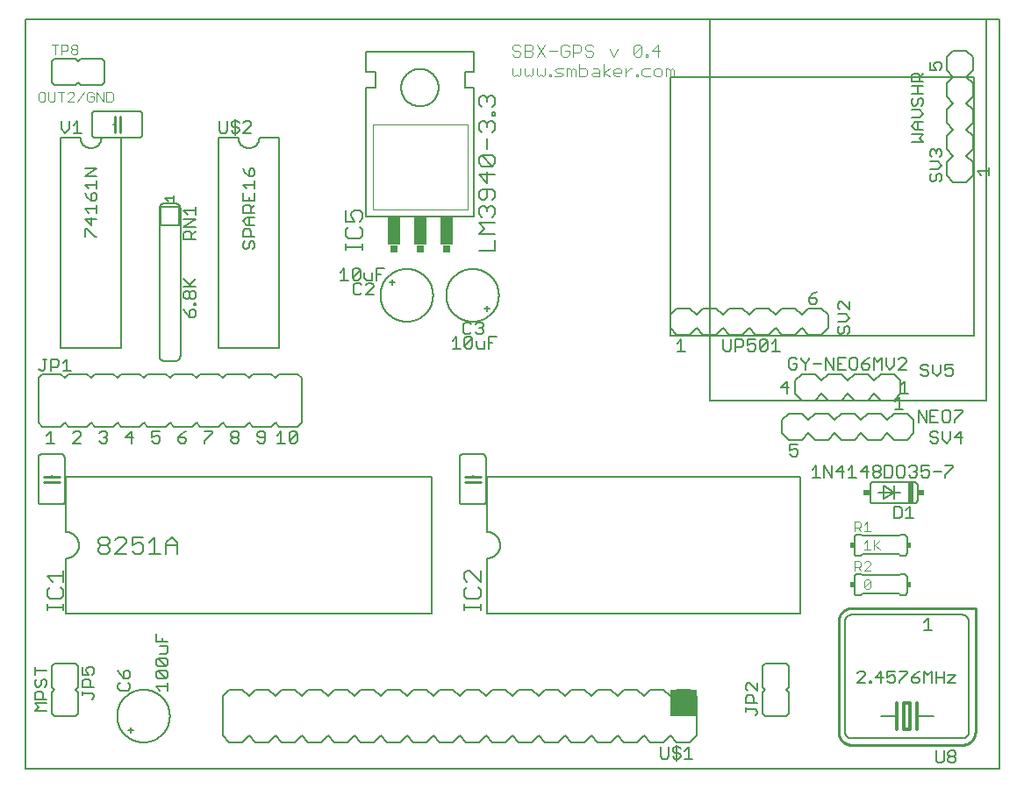
<source format=gto>
G04 EAGLE Gerber RS-274X export*
G75*
%MOMM*%
%FSLAX34Y34*%
%LPD*%
%INSilkscreen Top*%
%IPPOS*%
%AMOC8*
5,1,8,0,0,1.08239X$1,22.5*%
G01*
%ADD10C,0.101600*%
%ADD11C,0.152400*%
%ADD12C,0.254000*%
%ADD13C,0.304800*%
%ADD14C,0.127000*%
%ADD15C,0.177800*%
%ADD16C,0.050800*%
%ADD17R,0.762000X0.635000*%
%ADD18R,1.270000X2.794000*%
%ADD19R,2.540000X2.540000*%
%ADD20R,0.381000X0.508000*%
%ADD21R,0.508000X2.032000*%
%ADD22R,0.635000X0.508000*%


D10*
X478204Y697323D02*
X476255Y699272D01*
X472357Y699272D01*
X470408Y697323D01*
X470408Y695374D01*
X472357Y693425D01*
X476255Y693425D01*
X478204Y691476D01*
X478204Y689527D01*
X476255Y687578D01*
X472357Y687578D01*
X470408Y689527D01*
X482102Y687578D02*
X482102Y699272D01*
X487949Y699272D01*
X489898Y697323D01*
X489898Y695374D01*
X487949Y693425D01*
X489898Y691476D01*
X489898Y689527D01*
X487949Y687578D01*
X482102Y687578D01*
X482102Y693425D02*
X487949Y693425D01*
X493796Y699272D02*
X501592Y687578D01*
X493796Y687578D02*
X501592Y699272D01*
X505490Y693425D02*
X513286Y693425D01*
X523031Y699272D02*
X524980Y697323D01*
X523031Y699272D02*
X519133Y699272D01*
X517184Y697323D01*
X517184Y689527D01*
X519133Y687578D01*
X523031Y687578D01*
X524980Y689527D01*
X524980Y693425D01*
X521082Y693425D01*
X528878Y687578D02*
X528878Y699272D01*
X534725Y699272D01*
X536674Y697323D01*
X536674Y693425D01*
X534725Y691476D01*
X528878Y691476D01*
X546419Y699272D02*
X548368Y697323D01*
X546419Y699272D02*
X542521Y699272D01*
X540572Y697323D01*
X540572Y695374D01*
X542521Y693425D01*
X546419Y693425D01*
X548368Y691476D01*
X548368Y689527D01*
X546419Y687578D01*
X542521Y687578D01*
X540572Y689527D01*
X563960Y695374D02*
X567858Y687578D01*
X571756Y695374D01*
X587348Y697323D02*
X587348Y689527D01*
X587348Y697323D02*
X589297Y699272D01*
X593195Y699272D01*
X595144Y697323D01*
X595144Y689527D01*
X593195Y687578D01*
X589297Y687578D01*
X587348Y689527D01*
X595144Y697323D01*
X599042Y689527D02*
X599042Y687578D01*
X599042Y689527D02*
X600991Y689527D01*
X600991Y687578D01*
X599042Y687578D01*
X610736Y687578D02*
X610736Y699272D01*
X604889Y693425D01*
X612685Y693425D01*
X470408Y676324D02*
X470408Y670477D01*
X472357Y668528D01*
X474306Y670477D01*
X476255Y668528D01*
X478204Y670477D01*
X478204Y676324D01*
X482102Y676324D02*
X482102Y670477D01*
X484051Y668528D01*
X486000Y670477D01*
X487949Y668528D01*
X489898Y670477D01*
X489898Y676324D01*
X493796Y676324D02*
X493796Y670477D01*
X495745Y668528D01*
X497694Y670477D01*
X499643Y668528D01*
X501592Y670477D01*
X501592Y676324D01*
X505490Y670477D02*
X505490Y668528D01*
X505490Y670477D02*
X507439Y670477D01*
X507439Y668528D01*
X505490Y668528D01*
X511337Y668528D02*
X517184Y668528D01*
X519133Y670477D01*
X517184Y672426D01*
X513286Y672426D01*
X511337Y674375D01*
X513286Y676324D01*
X519133Y676324D01*
X523031Y676324D02*
X523031Y668528D01*
X523031Y676324D02*
X524980Y676324D01*
X526929Y674375D01*
X526929Y668528D01*
X526929Y674375D02*
X528878Y676324D01*
X530827Y674375D01*
X530827Y668528D01*
X534725Y668528D02*
X534725Y680222D01*
X534725Y668528D02*
X540572Y668528D01*
X542521Y670477D01*
X542521Y674375D01*
X540572Y676324D01*
X534725Y676324D01*
X548368Y676324D02*
X552266Y676324D01*
X554215Y674375D01*
X554215Y668528D01*
X548368Y668528D01*
X546419Y670477D01*
X548368Y672426D01*
X554215Y672426D01*
X558113Y668528D02*
X558113Y680222D01*
X558113Y672426D02*
X563960Y668528D01*
X558113Y672426D02*
X563960Y676324D01*
X569807Y668528D02*
X573705Y668528D01*
X569807Y668528D02*
X567858Y670477D01*
X567858Y674375D01*
X569807Y676324D01*
X573705Y676324D01*
X575654Y674375D01*
X575654Y672426D01*
X567858Y672426D01*
X579552Y668528D02*
X579552Y676324D01*
X579552Y672426D02*
X583450Y676324D01*
X585399Y676324D01*
X589297Y670477D02*
X589297Y668528D01*
X589297Y670477D02*
X591246Y670477D01*
X591246Y668528D01*
X589297Y668528D01*
X597093Y676324D02*
X602940Y676324D01*
X597093Y676324D02*
X595144Y674375D01*
X595144Y670477D01*
X597093Y668528D01*
X602940Y668528D01*
X608787Y668528D02*
X612685Y668528D01*
X614634Y670477D01*
X614634Y674375D01*
X612685Y676324D01*
X608787Y676324D01*
X606838Y674375D01*
X606838Y670477D01*
X608787Y668528D01*
X618532Y668528D02*
X618532Y676324D01*
X620481Y676324D01*
X622430Y674375D01*
X622430Y668528D01*
X622430Y674375D02*
X624379Y676324D01*
X626328Y674375D01*
X626328Y668528D01*
D11*
X660400Y355600D02*
X927100Y355600D01*
X927100Y723900D01*
X660400Y723900D01*
X660400Y355600D01*
X110490Y609600D02*
X67310Y609600D01*
X67310Y635000D02*
X110490Y635000D01*
X64770Y632460D02*
X64770Y612140D01*
X113030Y612140D02*
X113030Y632460D01*
X67310Y609600D02*
X67210Y609602D01*
X67111Y609608D01*
X67011Y609618D01*
X66913Y609631D01*
X66814Y609649D01*
X66717Y609670D01*
X66621Y609695D01*
X66525Y609724D01*
X66431Y609757D01*
X66338Y609793D01*
X66247Y609833D01*
X66157Y609877D01*
X66069Y609924D01*
X65983Y609974D01*
X65899Y610028D01*
X65817Y610085D01*
X65738Y610145D01*
X65660Y610209D01*
X65586Y610275D01*
X65514Y610344D01*
X65445Y610416D01*
X65379Y610490D01*
X65315Y610568D01*
X65255Y610647D01*
X65198Y610729D01*
X65144Y610813D01*
X65094Y610899D01*
X65047Y610987D01*
X65003Y611077D01*
X64963Y611168D01*
X64927Y611261D01*
X64894Y611355D01*
X64865Y611451D01*
X64840Y611547D01*
X64819Y611644D01*
X64801Y611743D01*
X64788Y611841D01*
X64778Y611941D01*
X64772Y612040D01*
X64770Y612140D01*
X110490Y609600D02*
X110590Y609602D01*
X110689Y609608D01*
X110789Y609618D01*
X110887Y609631D01*
X110986Y609649D01*
X111083Y609670D01*
X111179Y609695D01*
X111275Y609724D01*
X111369Y609757D01*
X111462Y609793D01*
X111553Y609833D01*
X111643Y609877D01*
X111731Y609924D01*
X111817Y609974D01*
X111901Y610028D01*
X111983Y610085D01*
X112062Y610145D01*
X112140Y610209D01*
X112214Y610275D01*
X112286Y610344D01*
X112355Y610416D01*
X112421Y610490D01*
X112485Y610568D01*
X112545Y610647D01*
X112602Y610729D01*
X112656Y610813D01*
X112706Y610899D01*
X112753Y610987D01*
X112797Y611077D01*
X112837Y611168D01*
X112873Y611261D01*
X112906Y611355D01*
X112935Y611451D01*
X112960Y611547D01*
X112981Y611644D01*
X112999Y611743D01*
X113012Y611841D01*
X113022Y611941D01*
X113028Y612040D01*
X113030Y612140D01*
X67310Y635000D02*
X67210Y634998D01*
X67111Y634992D01*
X67011Y634982D01*
X66913Y634969D01*
X66814Y634951D01*
X66717Y634930D01*
X66621Y634905D01*
X66525Y634876D01*
X66431Y634843D01*
X66338Y634807D01*
X66247Y634767D01*
X66157Y634723D01*
X66069Y634676D01*
X65983Y634626D01*
X65899Y634572D01*
X65817Y634515D01*
X65738Y634455D01*
X65660Y634391D01*
X65586Y634325D01*
X65514Y634256D01*
X65445Y634184D01*
X65379Y634110D01*
X65315Y634032D01*
X65255Y633953D01*
X65198Y633871D01*
X65144Y633787D01*
X65094Y633701D01*
X65047Y633613D01*
X65003Y633523D01*
X64963Y633432D01*
X64927Y633339D01*
X64894Y633245D01*
X64865Y633149D01*
X64840Y633053D01*
X64819Y632956D01*
X64801Y632857D01*
X64788Y632759D01*
X64778Y632659D01*
X64772Y632560D01*
X64770Y632460D01*
X110490Y635000D02*
X110590Y634998D01*
X110689Y634992D01*
X110789Y634982D01*
X110887Y634969D01*
X110986Y634951D01*
X111083Y634930D01*
X111179Y634905D01*
X111275Y634876D01*
X111369Y634843D01*
X111462Y634807D01*
X111553Y634767D01*
X111643Y634723D01*
X111731Y634676D01*
X111817Y634626D01*
X111901Y634572D01*
X111983Y634515D01*
X112062Y634455D01*
X112140Y634391D01*
X112214Y634325D01*
X112286Y634256D01*
X112355Y634184D01*
X112421Y634110D01*
X112485Y634032D01*
X112545Y633953D01*
X112602Y633871D01*
X112656Y633787D01*
X112706Y633701D01*
X112753Y633613D01*
X112797Y633523D01*
X112837Y633432D01*
X112873Y633339D01*
X112906Y633245D01*
X112935Y633149D01*
X112960Y633053D01*
X112981Y632956D01*
X112999Y632857D01*
X113012Y632759D01*
X113022Y632659D01*
X113028Y632560D01*
X113030Y632460D01*
X86360Y622300D02*
X85090Y622300D01*
D12*
X86360Y622300D02*
X86360Y614680D01*
X86360Y622300D02*
X86360Y629920D01*
X91440Y622300D02*
X91440Y614680D01*
X91440Y622300D02*
X91440Y629920D01*
D11*
X91440Y622300D02*
X92710Y622300D01*
X38100Y300990D02*
X38100Y257810D01*
X12700Y257810D02*
X12700Y300990D01*
X15240Y255270D02*
X35560Y255270D01*
X35560Y303530D02*
X15240Y303530D01*
X38100Y257810D02*
X38098Y257710D01*
X38092Y257611D01*
X38082Y257511D01*
X38069Y257413D01*
X38051Y257314D01*
X38030Y257217D01*
X38005Y257121D01*
X37976Y257025D01*
X37943Y256931D01*
X37907Y256838D01*
X37867Y256747D01*
X37823Y256657D01*
X37776Y256569D01*
X37726Y256483D01*
X37672Y256399D01*
X37615Y256317D01*
X37555Y256238D01*
X37491Y256160D01*
X37425Y256086D01*
X37356Y256014D01*
X37284Y255945D01*
X37210Y255879D01*
X37132Y255815D01*
X37053Y255755D01*
X36971Y255698D01*
X36887Y255644D01*
X36801Y255594D01*
X36713Y255547D01*
X36623Y255503D01*
X36532Y255463D01*
X36439Y255427D01*
X36345Y255394D01*
X36249Y255365D01*
X36153Y255340D01*
X36056Y255319D01*
X35957Y255301D01*
X35859Y255288D01*
X35759Y255278D01*
X35660Y255272D01*
X35560Y255270D01*
X38100Y300990D02*
X38098Y301090D01*
X38092Y301189D01*
X38082Y301289D01*
X38069Y301387D01*
X38051Y301486D01*
X38030Y301583D01*
X38005Y301679D01*
X37976Y301775D01*
X37943Y301869D01*
X37907Y301962D01*
X37867Y302053D01*
X37823Y302143D01*
X37776Y302231D01*
X37726Y302317D01*
X37672Y302401D01*
X37615Y302483D01*
X37555Y302562D01*
X37491Y302640D01*
X37425Y302714D01*
X37356Y302786D01*
X37284Y302855D01*
X37210Y302921D01*
X37132Y302985D01*
X37053Y303045D01*
X36971Y303102D01*
X36887Y303156D01*
X36801Y303206D01*
X36713Y303253D01*
X36623Y303297D01*
X36532Y303337D01*
X36439Y303373D01*
X36345Y303406D01*
X36249Y303435D01*
X36153Y303460D01*
X36056Y303481D01*
X35957Y303499D01*
X35859Y303512D01*
X35759Y303522D01*
X35660Y303528D01*
X35560Y303530D01*
X12700Y257810D02*
X12702Y257710D01*
X12708Y257611D01*
X12718Y257511D01*
X12731Y257413D01*
X12749Y257314D01*
X12770Y257217D01*
X12795Y257121D01*
X12824Y257025D01*
X12857Y256931D01*
X12893Y256838D01*
X12933Y256747D01*
X12977Y256657D01*
X13024Y256569D01*
X13074Y256483D01*
X13128Y256399D01*
X13185Y256317D01*
X13245Y256238D01*
X13309Y256160D01*
X13375Y256086D01*
X13444Y256014D01*
X13516Y255945D01*
X13590Y255879D01*
X13668Y255815D01*
X13747Y255755D01*
X13829Y255698D01*
X13913Y255644D01*
X13999Y255594D01*
X14087Y255547D01*
X14177Y255503D01*
X14268Y255463D01*
X14361Y255427D01*
X14455Y255394D01*
X14551Y255365D01*
X14647Y255340D01*
X14744Y255319D01*
X14843Y255301D01*
X14941Y255288D01*
X15041Y255278D01*
X15140Y255272D01*
X15240Y255270D01*
X12700Y300990D02*
X12702Y301090D01*
X12708Y301189D01*
X12718Y301289D01*
X12731Y301387D01*
X12749Y301486D01*
X12770Y301583D01*
X12795Y301679D01*
X12824Y301775D01*
X12857Y301869D01*
X12893Y301962D01*
X12933Y302053D01*
X12977Y302143D01*
X13024Y302231D01*
X13074Y302317D01*
X13128Y302401D01*
X13185Y302483D01*
X13245Y302562D01*
X13309Y302640D01*
X13375Y302714D01*
X13444Y302786D01*
X13516Y302855D01*
X13590Y302921D01*
X13668Y302985D01*
X13747Y303045D01*
X13829Y303102D01*
X13913Y303156D01*
X13999Y303206D01*
X14087Y303253D01*
X14177Y303297D01*
X14268Y303337D01*
X14361Y303373D01*
X14455Y303406D01*
X14551Y303435D01*
X14647Y303460D01*
X14744Y303481D01*
X14843Y303499D01*
X14941Y303512D01*
X15041Y303522D01*
X15140Y303528D01*
X15240Y303530D01*
X25400Y276860D02*
X25400Y275590D01*
D12*
X25400Y276860D02*
X33020Y276860D01*
X25400Y276860D02*
X17780Y276860D01*
X25400Y281940D02*
X33020Y281940D01*
X25400Y281940D02*
X17780Y281940D01*
D11*
X25400Y281940D02*
X25400Y283210D01*
X444500Y300990D02*
X444500Y257810D01*
X419100Y257810D02*
X419100Y300990D01*
X421640Y255270D02*
X441960Y255270D01*
X441960Y303530D02*
X421640Y303530D01*
X444500Y257810D02*
X444498Y257710D01*
X444492Y257611D01*
X444482Y257511D01*
X444469Y257413D01*
X444451Y257314D01*
X444430Y257217D01*
X444405Y257121D01*
X444376Y257025D01*
X444343Y256931D01*
X444307Y256838D01*
X444267Y256747D01*
X444223Y256657D01*
X444176Y256569D01*
X444126Y256483D01*
X444072Y256399D01*
X444015Y256317D01*
X443955Y256238D01*
X443891Y256160D01*
X443825Y256086D01*
X443756Y256014D01*
X443684Y255945D01*
X443610Y255879D01*
X443532Y255815D01*
X443453Y255755D01*
X443371Y255698D01*
X443287Y255644D01*
X443201Y255594D01*
X443113Y255547D01*
X443023Y255503D01*
X442932Y255463D01*
X442839Y255427D01*
X442745Y255394D01*
X442649Y255365D01*
X442553Y255340D01*
X442456Y255319D01*
X442357Y255301D01*
X442259Y255288D01*
X442159Y255278D01*
X442060Y255272D01*
X441960Y255270D01*
X444500Y300990D02*
X444498Y301090D01*
X444492Y301189D01*
X444482Y301289D01*
X444469Y301387D01*
X444451Y301486D01*
X444430Y301583D01*
X444405Y301679D01*
X444376Y301775D01*
X444343Y301869D01*
X444307Y301962D01*
X444267Y302053D01*
X444223Y302143D01*
X444176Y302231D01*
X444126Y302317D01*
X444072Y302401D01*
X444015Y302483D01*
X443955Y302562D01*
X443891Y302640D01*
X443825Y302714D01*
X443756Y302786D01*
X443684Y302855D01*
X443610Y302921D01*
X443532Y302985D01*
X443453Y303045D01*
X443371Y303102D01*
X443287Y303156D01*
X443201Y303206D01*
X443113Y303253D01*
X443023Y303297D01*
X442932Y303337D01*
X442839Y303373D01*
X442745Y303406D01*
X442649Y303435D01*
X442553Y303460D01*
X442456Y303481D01*
X442357Y303499D01*
X442259Y303512D01*
X442159Y303522D01*
X442060Y303528D01*
X441960Y303530D01*
X419100Y257810D02*
X419102Y257710D01*
X419108Y257611D01*
X419118Y257511D01*
X419131Y257413D01*
X419149Y257314D01*
X419170Y257217D01*
X419195Y257121D01*
X419224Y257025D01*
X419257Y256931D01*
X419293Y256838D01*
X419333Y256747D01*
X419377Y256657D01*
X419424Y256569D01*
X419474Y256483D01*
X419528Y256399D01*
X419585Y256317D01*
X419645Y256238D01*
X419709Y256160D01*
X419775Y256086D01*
X419844Y256014D01*
X419916Y255945D01*
X419990Y255879D01*
X420068Y255815D01*
X420147Y255755D01*
X420229Y255698D01*
X420313Y255644D01*
X420399Y255594D01*
X420487Y255547D01*
X420577Y255503D01*
X420668Y255463D01*
X420761Y255427D01*
X420855Y255394D01*
X420951Y255365D01*
X421047Y255340D01*
X421144Y255319D01*
X421243Y255301D01*
X421341Y255288D01*
X421441Y255278D01*
X421540Y255272D01*
X421640Y255270D01*
X419100Y300990D02*
X419102Y301090D01*
X419108Y301189D01*
X419118Y301289D01*
X419131Y301387D01*
X419149Y301486D01*
X419170Y301583D01*
X419195Y301679D01*
X419224Y301775D01*
X419257Y301869D01*
X419293Y301962D01*
X419333Y302053D01*
X419377Y302143D01*
X419424Y302231D01*
X419474Y302317D01*
X419528Y302401D01*
X419585Y302483D01*
X419645Y302562D01*
X419709Y302640D01*
X419775Y302714D01*
X419844Y302786D01*
X419916Y302855D01*
X419990Y302921D01*
X420068Y302985D01*
X420147Y303045D01*
X420229Y303102D01*
X420313Y303156D01*
X420399Y303206D01*
X420487Y303253D01*
X420577Y303297D01*
X420668Y303337D01*
X420761Y303373D01*
X420855Y303406D01*
X420951Y303435D01*
X421047Y303460D01*
X421144Y303481D01*
X421243Y303499D01*
X421341Y303512D01*
X421441Y303522D01*
X421540Y303528D01*
X421640Y303530D01*
X431800Y276860D02*
X431800Y275590D01*
D12*
X431800Y276860D02*
X439420Y276860D01*
X431800Y276860D02*
X424180Y276860D01*
X431800Y281940D02*
X439420Y281940D01*
X431800Y281940D02*
X424180Y281940D01*
D11*
X431800Y281940D02*
X431800Y283210D01*
D12*
X797560Y154940D02*
X916940Y154940D01*
X784860Y142240D02*
X784860Y35560D01*
X797560Y22860D02*
X904240Y22860D01*
X916940Y35560D02*
X916940Y154940D01*
D11*
X904240Y148590D02*
X797560Y148590D01*
X791210Y142240D02*
X791210Y35560D01*
X797560Y29210D02*
X904240Y29210D01*
X910590Y35560D02*
X910590Y142240D01*
D12*
X797560Y154940D02*
X797253Y154936D01*
X796946Y154925D01*
X796640Y154907D01*
X796334Y154881D01*
X796029Y154847D01*
X795725Y154807D01*
X795422Y154759D01*
X795120Y154703D01*
X794820Y154641D01*
X794521Y154571D01*
X794224Y154494D01*
X793928Y154410D01*
X793635Y154318D01*
X793345Y154220D01*
X793057Y154115D01*
X792771Y154002D01*
X792488Y153883D01*
X792208Y153757D01*
X791931Y153625D01*
X791658Y153485D01*
X791388Y153339D01*
X791122Y153187D01*
X790859Y153028D01*
X790600Y152863D01*
X790346Y152692D01*
X790095Y152515D01*
X789849Y152331D01*
X789607Y152142D01*
X789371Y151947D01*
X789138Y151746D01*
X788911Y151540D01*
X788689Y151328D01*
X788472Y151111D01*
X788260Y150889D01*
X788054Y150662D01*
X787853Y150429D01*
X787658Y150193D01*
X787469Y149951D01*
X787285Y149705D01*
X787108Y149454D01*
X786937Y149200D01*
X786772Y148941D01*
X786613Y148678D01*
X786461Y148412D01*
X786315Y148142D01*
X786175Y147869D01*
X786043Y147592D01*
X785917Y147312D01*
X785798Y147029D01*
X785685Y146743D01*
X785580Y146455D01*
X785482Y146165D01*
X785390Y145872D01*
X785306Y145576D01*
X785229Y145279D01*
X785159Y144980D01*
X785097Y144680D01*
X785041Y144378D01*
X784993Y144075D01*
X784953Y143771D01*
X784919Y143466D01*
X784893Y143160D01*
X784875Y142854D01*
X784864Y142547D01*
X784860Y142240D01*
D11*
X791210Y142240D02*
X791212Y142398D01*
X791218Y142557D01*
X791228Y142715D01*
X791242Y142872D01*
X791259Y143030D01*
X791281Y143186D01*
X791306Y143343D01*
X791336Y143498D01*
X791369Y143653D01*
X791406Y143807D01*
X791447Y143960D01*
X791492Y144112D01*
X791541Y144262D01*
X791593Y144412D01*
X791649Y144560D01*
X791709Y144707D01*
X791772Y144852D01*
X791839Y144995D01*
X791909Y145137D01*
X791983Y145277D01*
X792061Y145415D01*
X792142Y145551D01*
X792226Y145685D01*
X792313Y145817D01*
X792404Y145947D01*
X792498Y146074D01*
X792595Y146199D01*
X792696Y146322D01*
X792799Y146442D01*
X792905Y146559D01*
X793014Y146674D01*
X793126Y146786D01*
X793241Y146895D01*
X793358Y147001D01*
X793478Y147104D01*
X793601Y147205D01*
X793726Y147302D01*
X793853Y147396D01*
X793983Y147487D01*
X794115Y147574D01*
X794249Y147658D01*
X794385Y147739D01*
X794523Y147817D01*
X794663Y147891D01*
X794805Y147961D01*
X794948Y148028D01*
X795093Y148091D01*
X795240Y148151D01*
X795388Y148207D01*
X795538Y148259D01*
X795688Y148308D01*
X795840Y148353D01*
X795993Y148394D01*
X796147Y148431D01*
X796302Y148464D01*
X796457Y148494D01*
X796614Y148519D01*
X796770Y148541D01*
X796928Y148558D01*
X797085Y148572D01*
X797243Y148582D01*
X797402Y148588D01*
X797560Y148590D01*
X791210Y35560D02*
X791212Y35402D01*
X791218Y35243D01*
X791228Y35085D01*
X791242Y34928D01*
X791259Y34770D01*
X791281Y34614D01*
X791306Y34457D01*
X791336Y34302D01*
X791369Y34147D01*
X791406Y33993D01*
X791447Y33840D01*
X791492Y33688D01*
X791541Y33538D01*
X791593Y33388D01*
X791649Y33240D01*
X791709Y33093D01*
X791772Y32948D01*
X791839Y32805D01*
X791909Y32663D01*
X791983Y32523D01*
X792061Y32385D01*
X792142Y32249D01*
X792226Y32115D01*
X792313Y31983D01*
X792404Y31853D01*
X792498Y31726D01*
X792595Y31601D01*
X792696Y31478D01*
X792799Y31358D01*
X792905Y31241D01*
X793014Y31126D01*
X793126Y31014D01*
X793241Y30905D01*
X793358Y30799D01*
X793478Y30696D01*
X793601Y30595D01*
X793726Y30498D01*
X793853Y30404D01*
X793983Y30313D01*
X794115Y30226D01*
X794249Y30142D01*
X794385Y30061D01*
X794523Y29983D01*
X794663Y29909D01*
X794805Y29839D01*
X794948Y29772D01*
X795093Y29709D01*
X795240Y29649D01*
X795388Y29593D01*
X795538Y29541D01*
X795688Y29492D01*
X795840Y29447D01*
X795993Y29406D01*
X796147Y29369D01*
X796302Y29336D01*
X796457Y29306D01*
X796614Y29281D01*
X796770Y29259D01*
X796928Y29242D01*
X797085Y29228D01*
X797243Y29218D01*
X797402Y29212D01*
X797560Y29210D01*
D12*
X797560Y22860D02*
X797253Y22864D01*
X796946Y22875D01*
X796640Y22893D01*
X796334Y22919D01*
X796029Y22953D01*
X795725Y22993D01*
X795422Y23041D01*
X795120Y23097D01*
X794820Y23159D01*
X794521Y23229D01*
X794224Y23306D01*
X793928Y23390D01*
X793635Y23482D01*
X793345Y23580D01*
X793057Y23685D01*
X792771Y23798D01*
X792488Y23917D01*
X792208Y24043D01*
X791931Y24175D01*
X791658Y24315D01*
X791388Y24461D01*
X791122Y24613D01*
X790859Y24772D01*
X790600Y24937D01*
X790346Y25108D01*
X790095Y25285D01*
X789849Y25469D01*
X789607Y25658D01*
X789371Y25853D01*
X789138Y26054D01*
X788911Y26260D01*
X788689Y26472D01*
X788472Y26689D01*
X788260Y26911D01*
X788054Y27138D01*
X787853Y27371D01*
X787658Y27607D01*
X787469Y27849D01*
X787285Y28095D01*
X787108Y28346D01*
X786937Y28600D01*
X786772Y28859D01*
X786613Y29122D01*
X786461Y29388D01*
X786315Y29658D01*
X786175Y29931D01*
X786043Y30208D01*
X785917Y30488D01*
X785798Y30771D01*
X785685Y31057D01*
X785580Y31345D01*
X785482Y31635D01*
X785390Y31928D01*
X785306Y32224D01*
X785229Y32521D01*
X785159Y32820D01*
X785097Y33120D01*
X785041Y33422D01*
X784993Y33725D01*
X784953Y34029D01*
X784919Y34334D01*
X784893Y34640D01*
X784875Y34946D01*
X784864Y35253D01*
X784860Y35560D01*
D11*
X904240Y29210D02*
X904398Y29212D01*
X904557Y29218D01*
X904715Y29228D01*
X904872Y29242D01*
X905030Y29259D01*
X905186Y29281D01*
X905343Y29306D01*
X905498Y29336D01*
X905653Y29369D01*
X905807Y29406D01*
X905960Y29447D01*
X906112Y29492D01*
X906262Y29541D01*
X906412Y29593D01*
X906560Y29649D01*
X906707Y29709D01*
X906852Y29772D01*
X906995Y29839D01*
X907137Y29909D01*
X907277Y29983D01*
X907415Y30061D01*
X907551Y30142D01*
X907685Y30226D01*
X907817Y30313D01*
X907947Y30404D01*
X908074Y30498D01*
X908199Y30595D01*
X908322Y30696D01*
X908442Y30799D01*
X908559Y30905D01*
X908674Y31014D01*
X908786Y31126D01*
X908895Y31241D01*
X909001Y31358D01*
X909104Y31478D01*
X909205Y31601D01*
X909302Y31726D01*
X909396Y31853D01*
X909487Y31983D01*
X909574Y32115D01*
X909658Y32249D01*
X909739Y32385D01*
X909817Y32523D01*
X909891Y32663D01*
X909961Y32805D01*
X910028Y32948D01*
X910091Y33093D01*
X910151Y33240D01*
X910207Y33388D01*
X910259Y33538D01*
X910308Y33688D01*
X910353Y33840D01*
X910394Y33993D01*
X910431Y34147D01*
X910464Y34302D01*
X910494Y34457D01*
X910519Y34614D01*
X910541Y34770D01*
X910558Y34928D01*
X910572Y35085D01*
X910582Y35243D01*
X910588Y35402D01*
X910590Y35560D01*
D12*
X916940Y35560D02*
X916936Y35253D01*
X916925Y34946D01*
X916907Y34640D01*
X916881Y34334D01*
X916847Y34029D01*
X916807Y33725D01*
X916759Y33422D01*
X916703Y33120D01*
X916641Y32820D01*
X916571Y32521D01*
X916494Y32224D01*
X916410Y31928D01*
X916318Y31635D01*
X916220Y31345D01*
X916115Y31057D01*
X916002Y30771D01*
X915883Y30488D01*
X915757Y30208D01*
X915625Y29931D01*
X915485Y29658D01*
X915339Y29388D01*
X915187Y29122D01*
X915028Y28859D01*
X914863Y28600D01*
X914692Y28346D01*
X914515Y28095D01*
X914331Y27849D01*
X914142Y27607D01*
X913947Y27371D01*
X913746Y27138D01*
X913540Y26911D01*
X913328Y26689D01*
X913111Y26472D01*
X912889Y26260D01*
X912662Y26054D01*
X912429Y25853D01*
X912193Y25658D01*
X911951Y25469D01*
X911705Y25285D01*
X911454Y25108D01*
X911200Y24937D01*
X910941Y24772D01*
X910678Y24613D01*
X910412Y24461D01*
X910142Y24315D01*
X909869Y24175D01*
X909592Y24043D01*
X909312Y23917D01*
X909029Y23798D01*
X908743Y23685D01*
X908455Y23580D01*
X908165Y23482D01*
X907872Y23390D01*
X907576Y23306D01*
X907279Y23229D01*
X906980Y23159D01*
X906680Y23097D01*
X906378Y23041D01*
X906075Y22993D01*
X905771Y22953D01*
X905466Y22919D01*
X905160Y22893D01*
X904854Y22875D01*
X904547Y22864D01*
X904240Y22860D01*
D11*
X910590Y142240D02*
X910588Y142398D01*
X910582Y142557D01*
X910572Y142715D01*
X910558Y142872D01*
X910541Y143030D01*
X910519Y143186D01*
X910494Y143343D01*
X910464Y143498D01*
X910431Y143653D01*
X910394Y143807D01*
X910353Y143960D01*
X910308Y144112D01*
X910259Y144262D01*
X910207Y144412D01*
X910151Y144560D01*
X910091Y144707D01*
X910028Y144852D01*
X909961Y144995D01*
X909891Y145137D01*
X909817Y145277D01*
X909739Y145415D01*
X909658Y145551D01*
X909574Y145685D01*
X909487Y145817D01*
X909396Y145947D01*
X909302Y146074D01*
X909205Y146199D01*
X909104Y146322D01*
X909001Y146442D01*
X908895Y146559D01*
X908786Y146674D01*
X908674Y146786D01*
X908559Y146895D01*
X908442Y147001D01*
X908322Y147104D01*
X908199Y147205D01*
X908074Y147302D01*
X907947Y147396D01*
X907817Y147487D01*
X907685Y147574D01*
X907551Y147658D01*
X907415Y147739D01*
X907277Y147817D01*
X907137Y147891D01*
X906995Y147961D01*
X906852Y148028D01*
X906707Y148091D01*
X906560Y148151D01*
X906412Y148207D01*
X906262Y148259D01*
X906112Y148308D01*
X905960Y148353D01*
X905807Y148394D01*
X905653Y148431D01*
X905498Y148464D01*
X905343Y148494D01*
X905186Y148519D01*
X905030Y148541D01*
X904872Y148558D01*
X904715Y148572D01*
X904557Y148582D01*
X904398Y148588D01*
X904240Y148590D01*
D13*
X854202Y63500D02*
X854202Y38100D01*
X854202Y63500D02*
X847852Y63500D01*
X847852Y38100D01*
X854202Y38100D01*
X841502Y38100D02*
X841502Y50800D01*
X860298Y50800D02*
X860298Y38100D01*
D11*
X841502Y50800D02*
X825500Y50800D01*
D13*
X841502Y50800D02*
X841502Y63500D01*
D11*
X860298Y50800D02*
X876300Y50800D01*
D13*
X860298Y50800D02*
X860298Y63500D01*
D14*
X867781Y141612D02*
X871594Y145425D01*
X871594Y133985D01*
X867781Y133985D02*
X875408Y133985D01*
X878947Y17409D02*
X878947Y7876D01*
X880854Y5969D01*
X884667Y5969D01*
X886574Y7876D01*
X886574Y17409D01*
X890641Y15502D02*
X892548Y17409D01*
X896361Y17409D01*
X898268Y15502D01*
X898268Y13596D01*
X896361Y11689D01*
X898268Y9782D01*
X898268Y7876D01*
X896361Y5969D01*
X892548Y5969D01*
X890641Y7876D01*
X890641Y9782D01*
X892548Y11689D01*
X890641Y13596D01*
X890641Y15502D01*
X892548Y11689D02*
X896361Y11689D01*
X810563Y82423D02*
X802936Y82423D01*
X810563Y90050D01*
X810563Y91956D01*
X808656Y93863D01*
X804843Y93863D01*
X802936Y91956D01*
X814630Y84330D02*
X814630Y82423D01*
X814630Y84330D02*
X816537Y84330D01*
X816537Y82423D01*
X814630Y82423D01*
X826197Y82423D02*
X826197Y93863D01*
X820477Y88143D01*
X828104Y88143D01*
X832171Y93863D02*
X839797Y93863D01*
X832171Y93863D02*
X832171Y88143D01*
X835984Y90050D01*
X837891Y90050D01*
X839797Y88143D01*
X839797Y84330D01*
X837891Y82423D01*
X834078Y82423D01*
X832171Y84330D01*
X843865Y93863D02*
X851491Y93863D01*
X851491Y91956D01*
X843865Y84330D01*
X843865Y82423D01*
X859372Y91956D02*
X863185Y93863D01*
X859372Y91956D02*
X855559Y88143D01*
X855559Y84330D01*
X857466Y82423D01*
X861279Y82423D01*
X863185Y84330D01*
X863185Y86236D01*
X861279Y88143D01*
X855559Y88143D01*
X867253Y82423D02*
X867253Y93863D01*
X871066Y90050D01*
X874879Y93863D01*
X874879Y82423D01*
X878947Y82423D02*
X878947Y93863D01*
X878947Y88143D02*
X886573Y88143D01*
X886573Y93863D02*
X886573Y82423D01*
X890641Y90050D02*
X898267Y90050D01*
X890641Y82423D01*
X898267Y82423D01*
D11*
X101600Y36830D02*
X101600Y34290D01*
X101600Y36830D02*
X104140Y36830D01*
X101600Y36830D02*
X101600Y39370D01*
X101600Y36830D02*
X99060Y36830D01*
X88900Y50800D02*
X88908Y51423D01*
X88931Y52046D01*
X88969Y52669D01*
X89022Y53290D01*
X89091Y53909D01*
X89175Y54527D01*
X89274Y55142D01*
X89388Y55755D01*
X89517Y56365D01*
X89661Y56972D01*
X89820Y57575D01*
X89994Y58173D01*
X90182Y58768D01*
X90385Y59357D01*
X90602Y59941D01*
X90833Y60520D01*
X91079Y61093D01*
X91339Y61660D01*
X91612Y62220D01*
X91899Y62773D01*
X92200Y63320D01*
X92514Y63858D01*
X92841Y64389D01*
X93181Y64911D01*
X93533Y65426D01*
X93899Y65931D01*
X94276Y66427D01*
X94666Y66914D01*
X95067Y67391D01*
X95480Y67858D01*
X95904Y68314D01*
X96339Y68761D01*
X96786Y69196D01*
X97242Y69620D01*
X97709Y70033D01*
X98186Y70434D01*
X98673Y70824D01*
X99169Y71201D01*
X99674Y71567D01*
X100189Y71919D01*
X100711Y72259D01*
X101242Y72586D01*
X101780Y72900D01*
X102327Y73201D01*
X102880Y73488D01*
X103440Y73761D01*
X104007Y74021D01*
X104580Y74267D01*
X105159Y74498D01*
X105743Y74715D01*
X106332Y74918D01*
X106927Y75106D01*
X107525Y75280D01*
X108128Y75439D01*
X108735Y75583D01*
X109345Y75712D01*
X109958Y75826D01*
X110573Y75925D01*
X111191Y76009D01*
X111810Y76078D01*
X112431Y76131D01*
X113054Y76169D01*
X113677Y76192D01*
X114300Y76200D01*
X114923Y76192D01*
X115546Y76169D01*
X116169Y76131D01*
X116790Y76078D01*
X117409Y76009D01*
X118027Y75925D01*
X118642Y75826D01*
X119255Y75712D01*
X119865Y75583D01*
X120472Y75439D01*
X121075Y75280D01*
X121673Y75106D01*
X122268Y74918D01*
X122857Y74715D01*
X123441Y74498D01*
X124020Y74267D01*
X124593Y74021D01*
X125160Y73761D01*
X125720Y73488D01*
X126273Y73201D01*
X126820Y72900D01*
X127358Y72586D01*
X127889Y72259D01*
X128411Y71919D01*
X128926Y71567D01*
X129431Y71201D01*
X129927Y70824D01*
X130414Y70434D01*
X130891Y70033D01*
X131358Y69620D01*
X131814Y69196D01*
X132261Y68761D01*
X132696Y68314D01*
X133120Y67858D01*
X133533Y67391D01*
X133934Y66914D01*
X134324Y66427D01*
X134701Y65931D01*
X135067Y65426D01*
X135419Y64911D01*
X135759Y64389D01*
X136086Y63858D01*
X136400Y63320D01*
X136701Y62773D01*
X136988Y62220D01*
X137261Y61660D01*
X137521Y61093D01*
X137767Y60520D01*
X137998Y59941D01*
X138215Y59357D01*
X138418Y58768D01*
X138606Y58173D01*
X138780Y57575D01*
X138939Y56972D01*
X139083Y56365D01*
X139212Y55755D01*
X139326Y55142D01*
X139425Y54527D01*
X139509Y53909D01*
X139578Y53290D01*
X139631Y52669D01*
X139669Y52046D01*
X139692Y51423D01*
X139700Y50800D01*
X139692Y50177D01*
X139669Y49554D01*
X139631Y48931D01*
X139578Y48310D01*
X139509Y47691D01*
X139425Y47073D01*
X139326Y46458D01*
X139212Y45845D01*
X139083Y45235D01*
X138939Y44628D01*
X138780Y44025D01*
X138606Y43427D01*
X138418Y42832D01*
X138215Y42243D01*
X137998Y41659D01*
X137767Y41080D01*
X137521Y40507D01*
X137261Y39940D01*
X136988Y39380D01*
X136701Y38827D01*
X136400Y38280D01*
X136086Y37742D01*
X135759Y37211D01*
X135419Y36689D01*
X135067Y36174D01*
X134701Y35669D01*
X134324Y35173D01*
X133934Y34686D01*
X133533Y34209D01*
X133120Y33742D01*
X132696Y33286D01*
X132261Y32839D01*
X131814Y32404D01*
X131358Y31980D01*
X130891Y31567D01*
X130414Y31166D01*
X129927Y30776D01*
X129431Y30399D01*
X128926Y30033D01*
X128411Y29681D01*
X127889Y29341D01*
X127358Y29014D01*
X126820Y28700D01*
X126273Y28399D01*
X125720Y28112D01*
X125160Y27839D01*
X124593Y27579D01*
X124020Y27333D01*
X123441Y27102D01*
X122857Y26885D01*
X122268Y26682D01*
X121673Y26494D01*
X121075Y26320D01*
X120472Y26161D01*
X119865Y26017D01*
X119255Y25888D01*
X118642Y25774D01*
X118027Y25675D01*
X117409Y25591D01*
X116790Y25522D01*
X116169Y25469D01*
X115546Y25431D01*
X114923Y25408D01*
X114300Y25400D01*
X113677Y25408D01*
X113054Y25431D01*
X112431Y25469D01*
X111810Y25522D01*
X111191Y25591D01*
X110573Y25675D01*
X109958Y25774D01*
X109345Y25888D01*
X108735Y26017D01*
X108128Y26161D01*
X107525Y26320D01*
X106927Y26494D01*
X106332Y26682D01*
X105743Y26885D01*
X105159Y27102D01*
X104580Y27333D01*
X104007Y27579D01*
X103440Y27839D01*
X102880Y28112D01*
X102327Y28399D01*
X101780Y28700D01*
X101242Y29014D01*
X100711Y29341D01*
X100189Y29681D01*
X99674Y30033D01*
X99169Y30399D01*
X98673Y30776D01*
X98186Y31166D01*
X97709Y31567D01*
X97242Y31980D01*
X96786Y32404D01*
X96339Y32839D01*
X95904Y33286D01*
X95480Y33742D01*
X95067Y34209D01*
X94666Y34686D01*
X94276Y35173D01*
X93899Y35669D01*
X93533Y36174D01*
X93181Y36689D01*
X92841Y37211D01*
X92514Y37742D01*
X92200Y38280D01*
X91899Y38827D01*
X91612Y39380D01*
X91339Y39940D01*
X91079Y40507D01*
X90833Y41080D01*
X90602Y41659D01*
X90385Y42243D01*
X90182Y42832D01*
X89994Y43427D01*
X89820Y44025D01*
X89661Y44628D01*
X89517Y45235D01*
X89388Y45845D01*
X89274Y46458D01*
X89175Y47073D01*
X89091Y47691D01*
X89022Y48310D01*
X88969Y48931D01*
X88931Y49554D01*
X88908Y50177D01*
X88900Y50800D01*
D14*
X89525Y81285D02*
X91432Y83192D01*
X89525Y81285D02*
X89525Y77472D01*
X91432Y75565D01*
X99058Y75565D01*
X100965Y77472D01*
X100965Y81285D01*
X99058Y83192D01*
X91432Y91072D02*
X89525Y94885D01*
X91432Y91072D02*
X95245Y87259D01*
X99058Y87259D01*
X100965Y89166D01*
X100965Y92979D01*
X99058Y94885D01*
X97152Y94885D01*
X95245Y92979D01*
X95245Y87259D01*
X126355Y79378D02*
X130169Y75565D01*
X126355Y79378D02*
X137795Y79378D01*
X137795Y75565D02*
X137795Y83192D01*
X135888Y87259D02*
X128262Y87259D01*
X126355Y89166D01*
X126355Y92979D01*
X128262Y94885D01*
X135888Y94885D01*
X137795Y92979D01*
X137795Y89166D01*
X135888Y87259D01*
X128262Y94885D01*
X128262Y98953D02*
X135888Y98953D01*
X128262Y98953D02*
X126355Y100860D01*
X126355Y104673D01*
X128262Y106579D01*
X135888Y106579D01*
X137795Y104673D01*
X137795Y100860D01*
X135888Y98953D01*
X128262Y106579D01*
X130169Y110647D02*
X135888Y110647D01*
X137795Y112554D01*
X137795Y118273D01*
X130169Y118273D01*
X126355Y122341D02*
X137795Y122341D01*
X126355Y122341D02*
X126355Y129967D01*
X132075Y126154D02*
X132075Y122341D01*
D11*
X39370Y149860D02*
X39370Y203200D01*
X39679Y203204D01*
X39988Y203215D01*
X40297Y203234D01*
X40605Y203260D01*
X40913Y203294D01*
X41219Y203335D01*
X41525Y203384D01*
X41829Y203440D01*
X42131Y203504D01*
X42432Y203575D01*
X42732Y203653D01*
X43029Y203738D01*
X43324Y203831D01*
X43617Y203931D01*
X43907Y204038D01*
X44194Y204152D01*
X44479Y204273D01*
X44761Y204401D01*
X45039Y204535D01*
X45314Y204677D01*
X45586Y204825D01*
X45853Y204980D01*
X46117Y205141D01*
X46377Y205308D01*
X46633Y205482D01*
X46885Y205662D01*
X47132Y205848D01*
X47374Y206040D01*
X47612Y206238D01*
X47845Y206441D01*
X48073Y206651D01*
X48295Y206865D01*
X48513Y207085D01*
X48725Y207311D01*
X48931Y207541D01*
X49132Y207776D01*
X49327Y208016D01*
X49516Y208261D01*
X49699Y208510D01*
X49876Y208764D01*
X50046Y209022D01*
X50211Y209284D01*
X50369Y209550D01*
X50520Y209820D01*
X50665Y210093D01*
X50803Y210370D01*
X50934Y210650D01*
X51058Y210933D01*
X51176Y211219D01*
X51286Y211508D01*
X51390Y211799D01*
X51486Y212093D01*
X51575Y212389D01*
X51657Y212688D01*
X51732Y212988D01*
X51799Y213290D01*
X51859Y213593D01*
X51911Y213898D01*
X51956Y214204D01*
X51994Y214511D01*
X52024Y214819D01*
X52046Y215127D01*
X52062Y215436D01*
X52069Y215745D01*
X52069Y216055D01*
X52062Y216364D01*
X52046Y216673D01*
X52024Y216981D01*
X51994Y217289D01*
X51956Y217596D01*
X51911Y217902D01*
X51859Y218207D01*
X51799Y218510D01*
X51732Y218812D01*
X51657Y219112D01*
X51575Y219411D01*
X51486Y219707D01*
X51390Y220001D01*
X51286Y220292D01*
X51176Y220581D01*
X51058Y220867D01*
X50934Y221150D01*
X50803Y221430D01*
X50665Y221707D01*
X50520Y221980D01*
X50369Y222250D01*
X50211Y222516D01*
X50046Y222778D01*
X49876Y223036D01*
X49699Y223290D01*
X49516Y223539D01*
X49327Y223784D01*
X49132Y224024D01*
X48931Y224259D01*
X48725Y224489D01*
X48513Y224715D01*
X48295Y224935D01*
X48073Y225149D01*
X47845Y225359D01*
X47612Y225562D01*
X47374Y225760D01*
X47132Y225952D01*
X46885Y226138D01*
X46633Y226318D01*
X46377Y226492D01*
X46117Y226659D01*
X45853Y226820D01*
X45586Y226975D01*
X45314Y227123D01*
X45039Y227265D01*
X44761Y227399D01*
X44479Y227527D01*
X44194Y227648D01*
X43907Y227762D01*
X43617Y227869D01*
X43324Y227969D01*
X43029Y228062D01*
X42732Y228147D01*
X42432Y228225D01*
X42131Y228296D01*
X41829Y228360D01*
X41525Y228416D01*
X41219Y228465D01*
X40913Y228506D01*
X40605Y228540D01*
X40297Y228566D01*
X39988Y228585D01*
X39679Y228596D01*
X39370Y228600D01*
X392430Y281940D02*
X392430Y149860D01*
X39370Y228600D02*
X39370Y281940D01*
X392430Y281940D01*
X392430Y149860D02*
X39370Y149860D01*
D15*
X37211Y153289D02*
X37211Y158628D01*
X37211Y155958D02*
X21195Y155958D01*
X21195Y153289D02*
X21195Y158628D01*
X21195Y172211D02*
X23865Y174881D01*
X21195Y172211D02*
X21195Y166873D01*
X23865Y164203D01*
X34542Y164203D01*
X37211Y166873D01*
X37211Y172211D01*
X34542Y174881D01*
X26534Y180575D02*
X21195Y185914D01*
X37211Y185914D01*
X37211Y191252D02*
X37211Y180575D01*
X70739Y220737D02*
X73408Y223407D01*
X78747Y223407D01*
X81416Y220737D01*
X81416Y218068D01*
X78747Y215399D01*
X81416Y212730D01*
X81416Y210060D01*
X78747Y207391D01*
X73408Y207391D01*
X70739Y210060D01*
X70739Y212730D01*
X73408Y215399D01*
X70739Y218068D01*
X70739Y220737D01*
X73408Y215399D02*
X78747Y215399D01*
X87111Y207391D02*
X97788Y207391D01*
X87111Y207391D02*
X97788Y218068D01*
X97788Y220737D01*
X95118Y223407D01*
X89780Y223407D01*
X87111Y220737D01*
X103482Y223407D02*
X114159Y223407D01*
X103482Y223407D02*
X103482Y215399D01*
X108821Y218068D01*
X111490Y218068D01*
X114159Y215399D01*
X114159Y210060D01*
X111490Y207391D01*
X106151Y207391D01*
X103482Y210060D01*
X119854Y218068D02*
X125192Y223407D01*
X125192Y207391D01*
X119854Y207391D02*
X130531Y207391D01*
X136225Y207391D02*
X136225Y218068D01*
X141564Y223407D01*
X146902Y218068D01*
X146902Y207391D01*
X146902Y215399D02*
X136225Y215399D01*
D11*
X12700Y334010D02*
X12700Y377190D01*
X34290Y381000D02*
X38100Y377190D01*
X41910Y381000D01*
X59690Y381000D01*
X63500Y377190D01*
X67310Y381000D01*
X85090Y381000D01*
X88900Y377190D01*
X88900Y334010D02*
X85090Y330200D01*
X67310Y330200D01*
X63500Y334010D01*
X59690Y330200D01*
X41910Y330200D01*
X38100Y334010D01*
X34290Y330200D01*
X88900Y377190D02*
X92710Y381000D01*
X110490Y381000D01*
X114300Y377190D01*
X118110Y381000D01*
X135890Y381000D01*
X139700Y377190D01*
X92710Y330200D02*
X88900Y334010D01*
X92710Y330200D02*
X110490Y330200D01*
X114300Y334010D02*
X118110Y330200D01*
X114300Y334010D02*
X110490Y330200D01*
X118110Y330200D02*
X135890Y330200D01*
X139700Y334010D01*
X16510Y330200D02*
X12700Y334010D01*
X16510Y330200D02*
X34290Y330200D01*
X12700Y377190D02*
X16510Y381000D01*
X34290Y381000D01*
X266700Y377190D02*
X266700Y334010D01*
X266700Y377190D02*
X262890Y381000D01*
X266700Y334010D02*
X262890Y330200D01*
X241300Y334010D02*
X237490Y330200D01*
X215900Y334010D02*
X212090Y330200D01*
X190500Y334010D02*
X186690Y330200D01*
X165100Y334010D02*
X161290Y330200D01*
X237490Y381000D02*
X241300Y377190D01*
X215900Y377190D02*
X212090Y381000D01*
X190500Y377190D02*
X186690Y381000D01*
X165100Y377190D02*
X161290Y381000D01*
X143510Y381000D02*
X139700Y377190D01*
X165100Y377190D02*
X168910Y381000D01*
X190500Y377190D02*
X194310Y381000D01*
X215900Y377190D02*
X219710Y381000D01*
X241300Y377190D02*
X245110Y381000D01*
X143510Y330200D02*
X139700Y334010D01*
X165100Y334010D02*
X168910Y330200D01*
X190500Y334010D02*
X194310Y330200D01*
X215900Y334010D02*
X219710Y330200D01*
X241300Y334010D02*
X245110Y330200D01*
X161290Y381000D02*
X143510Y381000D01*
X168910Y381000D02*
X186690Y381000D01*
X194310Y381000D02*
X212090Y381000D01*
X219710Y381000D02*
X237490Y381000D01*
X245110Y381000D02*
X262890Y381000D01*
X161290Y330200D02*
X143510Y330200D01*
X168910Y330200D02*
X186690Y330200D01*
X194310Y330200D02*
X212090Y330200D01*
X219710Y330200D02*
X237490Y330200D01*
X245110Y330200D02*
X262890Y330200D01*
D14*
X24768Y325765D02*
X20955Y321952D01*
X24768Y325765D02*
X24768Y314325D01*
X20955Y314325D02*
X28582Y314325D01*
X46355Y314325D02*
X53982Y314325D01*
X46355Y314325D02*
X53982Y321952D01*
X53982Y323858D01*
X52075Y325765D01*
X48262Y325765D01*
X46355Y323858D01*
X71755Y323858D02*
X73662Y325765D01*
X77475Y325765D01*
X79382Y323858D01*
X79382Y321952D01*
X77475Y320045D01*
X75568Y320045D01*
X77475Y320045D02*
X79382Y318138D01*
X79382Y316232D01*
X77475Y314325D01*
X73662Y314325D01*
X71755Y316232D01*
X102875Y314325D02*
X102875Y325765D01*
X97155Y320045D01*
X104782Y320045D01*
X122555Y325765D02*
X130182Y325765D01*
X122555Y325765D02*
X122555Y320045D01*
X126368Y321952D01*
X128275Y321952D01*
X130182Y320045D01*
X130182Y316232D01*
X128275Y314325D01*
X124462Y314325D01*
X122555Y316232D01*
X151768Y323858D02*
X155582Y325765D01*
X151768Y323858D02*
X147955Y320045D01*
X147955Y316232D01*
X149862Y314325D01*
X153675Y314325D01*
X155582Y316232D01*
X155582Y318138D01*
X153675Y320045D01*
X147955Y320045D01*
X173355Y325765D02*
X180982Y325765D01*
X180982Y323858D01*
X173355Y316232D01*
X173355Y314325D01*
X198755Y323858D02*
X200662Y325765D01*
X204475Y325765D01*
X206382Y323858D01*
X206382Y321952D01*
X204475Y320045D01*
X206382Y318138D01*
X206382Y316232D01*
X204475Y314325D01*
X200662Y314325D01*
X198755Y316232D01*
X198755Y318138D01*
X200662Y320045D01*
X198755Y321952D01*
X198755Y323858D01*
X200662Y320045D02*
X204475Y320045D01*
X224155Y316232D02*
X226062Y314325D01*
X229875Y314325D01*
X231782Y316232D01*
X231782Y323858D01*
X229875Y325765D01*
X226062Y325765D01*
X224155Y323858D01*
X224155Y321952D01*
X226062Y320045D01*
X231782Y320045D01*
X243205Y321952D02*
X247018Y325765D01*
X247018Y314325D01*
X243205Y314325D02*
X250832Y314325D01*
X254899Y316232D02*
X254899Y323858D01*
X256806Y325765D01*
X260619Y325765D01*
X262525Y323858D01*
X262525Y316232D01*
X260619Y314325D01*
X256806Y314325D01*
X254899Y316232D01*
X262525Y323858D01*
X15242Y384175D02*
X13335Y386082D01*
X15242Y384175D02*
X17148Y384175D01*
X19055Y386082D01*
X19055Y395615D01*
X17148Y395615D02*
X20962Y395615D01*
X25029Y395615D02*
X25029Y384175D01*
X25029Y395615D02*
X30749Y395615D01*
X32655Y393708D01*
X32655Y389895D01*
X30749Y387988D01*
X25029Y387988D01*
X36723Y391802D02*
X40536Y395615D01*
X40536Y384175D01*
X36723Y384175D02*
X44349Y384175D01*
D11*
X92710Y406400D02*
X92710Y609600D01*
X34290Y609600D02*
X34290Y406400D01*
X92710Y406400D01*
X92710Y609600D02*
X73660Y609600D01*
X53340Y609600D02*
X34290Y609600D01*
X53340Y609600D02*
X53343Y609353D01*
X53352Y609105D01*
X53367Y608858D01*
X53388Y608612D01*
X53415Y608366D01*
X53448Y608121D01*
X53487Y607876D01*
X53532Y607633D01*
X53583Y607391D01*
X53640Y607150D01*
X53702Y606911D01*
X53771Y606673D01*
X53845Y606437D01*
X53925Y606203D01*
X54010Y605971D01*
X54102Y605741D01*
X54198Y605513D01*
X54301Y605288D01*
X54408Y605065D01*
X54522Y604845D01*
X54640Y604628D01*
X54764Y604413D01*
X54893Y604202D01*
X55027Y603994D01*
X55166Y603789D01*
X55310Y603588D01*
X55458Y603390D01*
X55612Y603196D01*
X55770Y603006D01*
X55933Y602820D01*
X56100Y602638D01*
X56272Y602460D01*
X56448Y602286D01*
X56628Y602116D01*
X56813Y601951D01*
X57001Y601791D01*
X57193Y601635D01*
X57389Y601483D01*
X57588Y601337D01*
X57791Y601195D01*
X57998Y601059D01*
X58207Y600927D01*
X58420Y600801D01*
X58636Y600680D01*
X58854Y600564D01*
X59076Y600454D01*
X59300Y600349D01*
X59526Y600249D01*
X59755Y600155D01*
X59986Y600067D01*
X60220Y599984D01*
X60455Y599907D01*
X60692Y599836D01*
X60930Y599770D01*
X61170Y599711D01*
X61412Y599657D01*
X61655Y599609D01*
X61898Y599567D01*
X62143Y599531D01*
X62389Y599501D01*
X62635Y599477D01*
X62882Y599459D01*
X63129Y599447D01*
X63376Y599441D01*
X63624Y599441D01*
X63871Y599447D01*
X64118Y599459D01*
X64365Y599477D01*
X64611Y599501D01*
X64857Y599531D01*
X65102Y599567D01*
X65345Y599609D01*
X65588Y599657D01*
X65830Y599711D01*
X66070Y599770D01*
X66308Y599836D01*
X66545Y599907D01*
X66780Y599984D01*
X67014Y600067D01*
X67245Y600155D01*
X67474Y600249D01*
X67700Y600349D01*
X67924Y600454D01*
X68146Y600564D01*
X68364Y600680D01*
X68580Y600801D01*
X68793Y600927D01*
X69002Y601059D01*
X69209Y601195D01*
X69412Y601337D01*
X69611Y601483D01*
X69807Y601635D01*
X69999Y601791D01*
X70187Y601951D01*
X70372Y602116D01*
X70552Y602286D01*
X70728Y602460D01*
X70900Y602638D01*
X71067Y602820D01*
X71230Y603006D01*
X71388Y603196D01*
X71542Y603390D01*
X71690Y603588D01*
X71834Y603789D01*
X71973Y603994D01*
X72107Y604202D01*
X72236Y604413D01*
X72360Y604628D01*
X72478Y604845D01*
X72592Y605065D01*
X72699Y605288D01*
X72802Y605513D01*
X72898Y605741D01*
X72990Y605971D01*
X73075Y606203D01*
X73155Y606437D01*
X73229Y606673D01*
X73298Y606911D01*
X73360Y607150D01*
X73417Y607391D01*
X73468Y607633D01*
X73513Y607876D01*
X73552Y608121D01*
X73585Y608366D01*
X73612Y608612D01*
X73633Y608858D01*
X73648Y609105D01*
X73657Y609353D01*
X73660Y609600D01*
D14*
X34925Y617858D02*
X34925Y625485D01*
X34925Y617858D02*
X38738Y614045D01*
X42552Y617858D01*
X42552Y625485D01*
X46619Y621672D02*
X50432Y625485D01*
X50432Y614045D01*
X46619Y614045D02*
X54245Y614045D01*
X57775Y521028D02*
X57775Y513401D01*
X57775Y521028D02*
X59682Y521028D01*
X67308Y513401D01*
X69215Y513401D01*
X69215Y530815D02*
X57775Y530815D01*
X63495Y525095D01*
X63495Y532722D01*
X61589Y536789D02*
X57775Y540602D01*
X69215Y540602D01*
X69215Y536789D02*
X69215Y544415D01*
X59682Y552296D02*
X57775Y556109D01*
X59682Y552296D02*
X63495Y548483D01*
X67308Y548483D01*
X69215Y550390D01*
X69215Y554203D01*
X67308Y556109D01*
X65402Y556109D01*
X63495Y554203D01*
X63495Y548483D01*
X61589Y560177D02*
X57775Y563990D01*
X69215Y563990D01*
X69215Y560177D02*
X69215Y567803D01*
X69215Y571871D02*
X57775Y571871D01*
X69215Y579497D01*
X57775Y579497D01*
D11*
X134620Y546100D02*
X144780Y546100D01*
X148590Y524510D02*
X130810Y524510D01*
X130810Y542290D01*
X144780Y546100D02*
X144920Y546098D01*
X145060Y546092D01*
X145200Y546083D01*
X145339Y546069D01*
X145478Y546052D01*
X145616Y546031D01*
X145754Y546006D01*
X145891Y545977D01*
X146027Y545945D01*
X146162Y545908D01*
X146296Y545868D01*
X146429Y545825D01*
X146561Y545777D01*
X146692Y545727D01*
X146821Y545672D01*
X146948Y545614D01*
X147074Y545553D01*
X147198Y545488D01*
X147320Y545419D01*
X147440Y545348D01*
X147558Y545273D01*
X147675Y545195D01*
X147789Y545113D01*
X147900Y545029D01*
X148009Y544941D01*
X148116Y544851D01*
X148221Y544757D01*
X148322Y544661D01*
X148421Y544562D01*
X148517Y544461D01*
X148611Y544356D01*
X148701Y544249D01*
X148789Y544140D01*
X148873Y544029D01*
X148955Y543915D01*
X149033Y543798D01*
X149108Y543680D01*
X149179Y543560D01*
X149248Y543438D01*
X149313Y543314D01*
X149374Y543188D01*
X149432Y543061D01*
X149487Y542932D01*
X149537Y542801D01*
X149585Y542669D01*
X149628Y542536D01*
X149668Y542402D01*
X149705Y542267D01*
X149737Y542131D01*
X149766Y541994D01*
X149791Y541856D01*
X149812Y541718D01*
X149829Y541579D01*
X149843Y541440D01*
X149852Y541300D01*
X149858Y541160D01*
X149860Y541020D01*
X129540Y398780D02*
X129542Y398640D01*
X129548Y398500D01*
X129557Y398360D01*
X129571Y398221D01*
X129588Y398082D01*
X129609Y397944D01*
X129634Y397806D01*
X129663Y397669D01*
X129695Y397533D01*
X129732Y397398D01*
X129772Y397264D01*
X129815Y397131D01*
X129863Y396999D01*
X129913Y396868D01*
X129968Y396739D01*
X130026Y396612D01*
X130087Y396486D01*
X130152Y396362D01*
X130221Y396240D01*
X130292Y396120D01*
X130367Y396002D01*
X130445Y395885D01*
X130527Y395771D01*
X130611Y395660D01*
X130699Y395551D01*
X130789Y395444D01*
X130883Y395339D01*
X130979Y395238D01*
X131078Y395139D01*
X131179Y395043D01*
X131284Y394949D01*
X131391Y394859D01*
X131500Y394771D01*
X131611Y394687D01*
X131725Y394605D01*
X131842Y394527D01*
X131960Y394452D01*
X132080Y394381D01*
X132202Y394312D01*
X132326Y394247D01*
X132452Y394186D01*
X132579Y394128D01*
X132708Y394073D01*
X132839Y394023D01*
X132971Y393975D01*
X133104Y393932D01*
X133238Y393892D01*
X133373Y393855D01*
X133509Y393823D01*
X133646Y393794D01*
X133784Y393769D01*
X133922Y393748D01*
X134061Y393731D01*
X134200Y393717D01*
X134340Y393708D01*
X134480Y393702D01*
X134620Y393700D01*
X144780Y393700D02*
X144920Y393702D01*
X145060Y393708D01*
X145200Y393717D01*
X145339Y393731D01*
X145478Y393748D01*
X145616Y393769D01*
X145754Y393794D01*
X145891Y393823D01*
X146027Y393855D01*
X146162Y393892D01*
X146296Y393932D01*
X146429Y393975D01*
X146561Y394023D01*
X146692Y394073D01*
X146821Y394128D01*
X146948Y394186D01*
X147074Y394247D01*
X147198Y394312D01*
X147320Y394381D01*
X147440Y394452D01*
X147558Y394527D01*
X147675Y394605D01*
X147789Y394687D01*
X147900Y394771D01*
X148009Y394859D01*
X148116Y394949D01*
X148221Y395043D01*
X148322Y395139D01*
X148421Y395238D01*
X148517Y395339D01*
X148611Y395444D01*
X148701Y395551D01*
X148789Y395660D01*
X148873Y395771D01*
X148955Y395885D01*
X149033Y396002D01*
X149108Y396120D01*
X149179Y396240D01*
X149248Y396362D01*
X149313Y396486D01*
X149374Y396612D01*
X149432Y396739D01*
X149487Y396868D01*
X149537Y396999D01*
X149585Y397131D01*
X149628Y397264D01*
X149668Y397398D01*
X149705Y397533D01*
X149737Y397669D01*
X149766Y397806D01*
X149791Y397944D01*
X149812Y398082D01*
X149829Y398221D01*
X149843Y398360D01*
X149852Y398500D01*
X149858Y398640D01*
X149860Y398780D01*
X129540Y541020D02*
X129542Y541160D01*
X129548Y541300D01*
X129557Y541440D01*
X129571Y541579D01*
X129588Y541718D01*
X129609Y541856D01*
X129634Y541994D01*
X129663Y542131D01*
X129695Y542267D01*
X129732Y542402D01*
X129772Y542536D01*
X129815Y542669D01*
X129863Y542801D01*
X129913Y542932D01*
X129968Y543061D01*
X130026Y543188D01*
X130087Y543314D01*
X130152Y543438D01*
X130221Y543560D01*
X130292Y543680D01*
X130367Y543798D01*
X130445Y543915D01*
X130527Y544029D01*
X130611Y544140D01*
X130699Y544249D01*
X130789Y544356D01*
X130883Y544461D01*
X130979Y544562D01*
X131078Y544661D01*
X131179Y544757D01*
X131284Y544851D01*
X131391Y544941D01*
X131500Y545029D01*
X131611Y545113D01*
X131725Y545195D01*
X131842Y545273D01*
X131960Y545348D01*
X132080Y545419D01*
X132202Y545488D01*
X132326Y545553D01*
X132452Y545614D01*
X132579Y545672D01*
X132708Y545727D01*
X132839Y545777D01*
X132971Y545825D01*
X133104Y545868D01*
X133238Y545908D01*
X133373Y545945D01*
X133509Y545977D01*
X133646Y546006D01*
X133784Y546031D01*
X133922Y546052D01*
X134061Y546069D01*
X134200Y546083D01*
X134340Y546092D01*
X134480Y546098D01*
X134620Y546100D01*
X134620Y393700D02*
X144780Y393700D01*
X149860Y398780D02*
X149860Y541020D01*
X129540Y541020D02*
X129540Y398780D01*
X148590Y524510D02*
X148590Y542290D01*
X130810Y542290D01*
D14*
X138129Y547774D02*
X135248Y550655D01*
X143891Y550655D01*
X143891Y547774D02*
X143891Y553536D01*
X153025Y511653D02*
X164465Y511653D01*
X153025Y511653D02*
X153025Y517373D01*
X154932Y519280D01*
X158745Y519280D01*
X160652Y517373D01*
X160652Y511653D01*
X160652Y515466D02*
X164465Y519280D01*
X164465Y523347D02*
X153025Y523347D01*
X164465Y530974D01*
X153025Y530974D01*
X156839Y535041D02*
X153025Y538854D01*
X164465Y538854D01*
X164465Y535041D02*
X164465Y542667D01*
X153025Y443583D02*
X154932Y439769D01*
X158745Y435956D01*
X162558Y435956D01*
X164465Y437863D01*
X164465Y441676D01*
X162558Y443583D01*
X160652Y443583D01*
X158745Y441676D01*
X158745Y435956D01*
X162558Y447650D02*
X164465Y447650D01*
X162558Y447650D02*
X162558Y449557D01*
X164465Y449557D01*
X164465Y447650D01*
X154932Y453497D02*
X153025Y455404D01*
X153025Y459217D01*
X154932Y461123D01*
X156839Y461123D01*
X158745Y459217D01*
X160652Y461123D01*
X162558Y461123D01*
X164465Y459217D01*
X164465Y455404D01*
X162558Y453497D01*
X160652Y453497D01*
X158745Y455404D01*
X156839Y453497D01*
X154932Y453497D01*
X158745Y455404D02*
X158745Y459217D01*
X153025Y465191D02*
X164465Y465191D01*
X160652Y465191D02*
X153025Y472817D01*
X158745Y467098D02*
X164465Y472817D01*
D11*
X711200Y78740D02*
X713740Y76200D01*
X711200Y73660D01*
X734060Y76200D02*
X736600Y78740D01*
X734060Y76200D02*
X736600Y73660D01*
X736600Y53340D01*
X734060Y50800D01*
X736600Y99060D02*
X734060Y101600D01*
X736600Y99060D02*
X736600Y78740D01*
X734060Y101600D02*
X713740Y101600D01*
X711200Y99060D01*
X711200Y78740D01*
X711200Y73660D02*
X711200Y53340D01*
X713740Y50800D01*
X734060Y50800D01*
D14*
X706755Y53342D02*
X704848Y51435D01*
X706755Y53342D02*
X706755Y55248D01*
X704848Y57155D01*
X695315Y57155D01*
X695315Y55248D02*
X695315Y59062D01*
X695315Y63129D02*
X706755Y63129D01*
X695315Y63129D02*
X695315Y68849D01*
X697222Y70755D01*
X701035Y70755D01*
X702942Y68849D01*
X702942Y63129D01*
X706755Y74823D02*
X706755Y82449D01*
X706755Y74823D02*
X699129Y82449D01*
X697222Y82449D01*
X695315Y80543D01*
X695315Y76730D01*
X697222Y74823D01*
D11*
X445770Y149860D02*
X445770Y203200D01*
X446079Y203204D01*
X446388Y203215D01*
X446697Y203234D01*
X447005Y203260D01*
X447313Y203294D01*
X447619Y203335D01*
X447925Y203384D01*
X448229Y203440D01*
X448531Y203504D01*
X448832Y203575D01*
X449132Y203653D01*
X449429Y203738D01*
X449724Y203831D01*
X450017Y203931D01*
X450307Y204038D01*
X450594Y204152D01*
X450879Y204273D01*
X451161Y204401D01*
X451439Y204535D01*
X451714Y204677D01*
X451986Y204825D01*
X452253Y204980D01*
X452517Y205141D01*
X452777Y205308D01*
X453033Y205482D01*
X453285Y205662D01*
X453532Y205848D01*
X453774Y206040D01*
X454012Y206238D01*
X454245Y206441D01*
X454473Y206651D01*
X454695Y206865D01*
X454913Y207085D01*
X455125Y207311D01*
X455331Y207541D01*
X455532Y207776D01*
X455727Y208016D01*
X455916Y208261D01*
X456099Y208510D01*
X456276Y208764D01*
X456446Y209022D01*
X456611Y209284D01*
X456769Y209550D01*
X456920Y209820D01*
X457065Y210093D01*
X457203Y210370D01*
X457334Y210650D01*
X457458Y210933D01*
X457576Y211219D01*
X457686Y211508D01*
X457790Y211799D01*
X457886Y212093D01*
X457975Y212389D01*
X458057Y212688D01*
X458132Y212988D01*
X458199Y213290D01*
X458259Y213593D01*
X458311Y213898D01*
X458356Y214204D01*
X458394Y214511D01*
X458424Y214819D01*
X458446Y215127D01*
X458462Y215436D01*
X458469Y215745D01*
X458469Y216055D01*
X458462Y216364D01*
X458446Y216673D01*
X458424Y216981D01*
X458394Y217289D01*
X458356Y217596D01*
X458311Y217902D01*
X458259Y218207D01*
X458199Y218510D01*
X458132Y218812D01*
X458057Y219112D01*
X457975Y219411D01*
X457886Y219707D01*
X457790Y220001D01*
X457686Y220292D01*
X457576Y220581D01*
X457458Y220867D01*
X457334Y221150D01*
X457203Y221430D01*
X457065Y221707D01*
X456920Y221980D01*
X456769Y222250D01*
X456611Y222516D01*
X456446Y222778D01*
X456276Y223036D01*
X456099Y223290D01*
X455916Y223539D01*
X455727Y223784D01*
X455532Y224024D01*
X455331Y224259D01*
X455125Y224489D01*
X454913Y224715D01*
X454695Y224935D01*
X454473Y225149D01*
X454245Y225359D01*
X454012Y225562D01*
X453774Y225760D01*
X453532Y225952D01*
X453285Y226138D01*
X453033Y226318D01*
X452777Y226492D01*
X452517Y226659D01*
X452253Y226820D01*
X451986Y226975D01*
X451714Y227123D01*
X451439Y227265D01*
X451161Y227399D01*
X450879Y227527D01*
X450594Y227648D01*
X450307Y227762D01*
X450017Y227869D01*
X449724Y227969D01*
X449429Y228062D01*
X449132Y228147D01*
X448832Y228225D01*
X448531Y228296D01*
X448229Y228360D01*
X447925Y228416D01*
X447619Y228465D01*
X447313Y228506D01*
X447005Y228540D01*
X446697Y228566D01*
X446388Y228585D01*
X446079Y228596D01*
X445770Y228600D01*
X748030Y281940D02*
X748030Y149860D01*
X445770Y228600D02*
X445770Y281940D01*
X748030Y281940D01*
X748030Y149860D02*
X445770Y149860D01*
D15*
X439801Y153289D02*
X439801Y158628D01*
X439801Y155958D02*
X423785Y155958D01*
X423785Y153289D02*
X423785Y158628D01*
X423785Y172211D02*
X426455Y174881D01*
X423785Y172211D02*
X423785Y166873D01*
X426455Y164203D01*
X437132Y164203D01*
X439801Y166873D01*
X439801Y172211D01*
X437132Y174881D01*
X439801Y180575D02*
X439801Y191252D01*
X439801Y180575D02*
X429124Y191252D01*
X426455Y191252D01*
X423785Y188583D01*
X423785Y183244D01*
X426455Y180575D01*
D11*
X50800Y73660D02*
X48260Y76200D01*
X50800Y78740D01*
X27940Y76200D02*
X25400Y73660D01*
X27940Y76200D02*
X25400Y78740D01*
X25400Y99060D01*
X27940Y101600D01*
X25400Y53340D02*
X27940Y50800D01*
X25400Y53340D02*
X25400Y73660D01*
X27940Y50800D02*
X48260Y50800D01*
X50800Y53340D01*
X50800Y73660D01*
X50800Y78740D02*
X50800Y99060D01*
X48260Y101600D01*
X27940Y101600D01*
D14*
X64768Y67153D02*
X66675Y69060D01*
X66675Y70966D01*
X64768Y72873D01*
X55235Y72873D01*
X55235Y70966D02*
X55235Y74780D01*
X55235Y78847D02*
X66675Y78847D01*
X55235Y78847D02*
X55235Y84567D01*
X57142Y86474D01*
X60955Y86474D01*
X62862Y84567D01*
X62862Y78847D01*
X55235Y90541D02*
X55235Y98167D01*
X55235Y90541D02*
X60955Y90541D01*
X59049Y94354D01*
X59049Y96261D01*
X60955Y98167D01*
X64768Y98167D01*
X66675Y96261D01*
X66675Y92448D01*
X64768Y90541D01*
X20955Y55459D02*
X9515Y55459D01*
X13329Y59272D01*
X9515Y63086D01*
X20955Y63086D01*
X20955Y67153D02*
X9515Y67153D01*
X9515Y72873D01*
X11422Y74780D01*
X15235Y74780D01*
X17142Y72873D01*
X17142Y67153D01*
X9515Y84567D02*
X11422Y86473D01*
X9515Y84567D02*
X9515Y80754D01*
X11422Y78847D01*
X13329Y78847D01*
X15235Y80754D01*
X15235Y84567D01*
X17142Y86473D01*
X19048Y86473D01*
X20955Y84567D01*
X20955Y80754D01*
X19048Y78847D01*
X20955Y94354D02*
X9515Y94354D01*
X9515Y90541D02*
X9515Y98167D01*
D11*
X50800Y683260D02*
X53340Y685800D01*
X50800Y683260D02*
X48260Y685800D01*
X50800Y662940D02*
X53340Y660400D01*
X50800Y662940D02*
X48260Y660400D01*
X27940Y660400D01*
X25400Y662940D01*
X73660Y660400D02*
X76200Y662940D01*
X73660Y660400D02*
X53340Y660400D01*
X76200Y662940D02*
X76200Y683260D01*
X73660Y685800D01*
X53340Y685800D01*
X48260Y685800D02*
X27940Y685800D01*
X25400Y683260D01*
X25400Y662940D01*
D10*
X28959Y690118D02*
X28959Y699270D01*
X32009Y699270D02*
X25908Y699270D01*
X35263Y699270D02*
X35263Y690118D01*
X35263Y699270D02*
X39839Y699270D01*
X41364Y697745D01*
X41364Y694694D01*
X39839Y693169D01*
X35263Y693169D01*
X44618Y697745D02*
X46144Y699270D01*
X49194Y699270D01*
X50720Y697745D01*
X50720Y696219D01*
X49194Y694694D01*
X50720Y693169D01*
X50720Y691643D01*
X49194Y690118D01*
X46144Y690118D01*
X44618Y691643D01*
X44618Y693169D01*
X46144Y694694D01*
X44618Y696219D01*
X44618Y697745D01*
X46144Y694694D02*
X49194Y694694D01*
X17784Y653550D02*
X14733Y653550D01*
X13208Y652025D01*
X13208Y645923D01*
X14733Y644398D01*
X17784Y644398D01*
X19309Y645923D01*
X19309Y652025D01*
X17784Y653550D01*
X22563Y653550D02*
X22563Y645923D01*
X24088Y644398D01*
X27139Y644398D01*
X28664Y645923D01*
X28664Y653550D01*
X34969Y653550D02*
X34969Y644398D01*
X31918Y653550D02*
X38020Y653550D01*
X41274Y644398D02*
X47375Y644398D01*
X41274Y644398D02*
X47375Y650499D01*
X47375Y652025D01*
X45849Y653550D01*
X42799Y653550D01*
X41274Y652025D01*
X50629Y644398D02*
X56730Y653550D01*
X64560Y653550D02*
X66085Y652025D01*
X64560Y653550D02*
X61509Y653550D01*
X59984Y652025D01*
X59984Y645923D01*
X61509Y644398D01*
X64560Y644398D01*
X66085Y645923D01*
X66085Y648974D01*
X63035Y648974D01*
X69339Y644398D02*
X69339Y653550D01*
X75440Y644398D01*
X75440Y653550D01*
X78694Y653550D02*
X78694Y644398D01*
X83270Y644398D01*
X84796Y645923D01*
X84796Y652025D01*
X83270Y653550D01*
X78694Y653550D01*
D11*
X628650Y444500D02*
X641350Y444500D01*
X647700Y438150D01*
X647700Y425450D02*
X641350Y419100D01*
X647700Y438150D02*
X654050Y444500D01*
X666750Y444500D01*
X673100Y438150D01*
X673100Y425450D02*
X666750Y419100D01*
X654050Y419100D01*
X647700Y425450D01*
X622300Y425450D02*
X622300Y438150D01*
X628650Y444500D01*
X622300Y425450D02*
X628650Y419100D01*
X641350Y419100D01*
X673100Y438150D02*
X679450Y444500D01*
X692150Y444500D01*
X698500Y438150D01*
X698500Y425450D02*
X692150Y419100D01*
X679450Y419100D01*
X673100Y425450D01*
X704850Y444500D02*
X717550Y444500D01*
X723900Y438150D01*
X723900Y425450D02*
X717550Y419100D01*
X723900Y438150D02*
X730250Y444500D01*
X742950Y444500D01*
X749300Y438150D01*
X749300Y425450D02*
X742950Y419100D01*
X730250Y419100D01*
X723900Y425450D01*
X704850Y444500D02*
X698500Y438150D01*
X698500Y425450D02*
X704850Y419100D01*
X717550Y419100D01*
X749300Y438150D02*
X755650Y444500D01*
X768350Y444500D01*
X774700Y438150D01*
X774700Y425450D02*
X768350Y419100D01*
X755650Y419100D01*
X749300Y425450D01*
X774700Y425450D02*
X774700Y438150D01*
D14*
X633098Y414665D02*
X629285Y410852D01*
X633098Y414665D02*
X633098Y403225D01*
X629285Y403225D02*
X636912Y403225D01*
X760098Y458478D02*
X763912Y460385D01*
X760098Y458478D02*
X756285Y454665D01*
X756285Y450852D01*
X758192Y448945D01*
X762005Y448945D01*
X763912Y450852D01*
X763912Y452758D01*
X762005Y454665D01*
X756285Y454665D01*
X784215Y425455D02*
X786122Y427362D01*
X784215Y425455D02*
X784215Y421642D01*
X786122Y419735D01*
X788029Y419735D01*
X789935Y421642D01*
X789935Y425455D01*
X791842Y427362D01*
X793748Y427362D01*
X795655Y425455D01*
X795655Y421642D01*
X793748Y419735D01*
X791842Y431429D02*
X784215Y431429D01*
X791842Y431429D02*
X795655Y435242D01*
X791842Y439055D01*
X784215Y439055D01*
X795655Y443123D02*
X795655Y450749D01*
X795655Y443123D02*
X788029Y450749D01*
X786122Y450749D01*
X784215Y448843D01*
X784215Y445030D01*
X786122Y443123D01*
X673735Y414665D02*
X673735Y405132D01*
X675642Y403225D01*
X679455Y403225D01*
X681362Y405132D01*
X681362Y414665D01*
X685429Y414665D02*
X685429Y403225D01*
X685429Y414665D02*
X691149Y414665D01*
X693055Y412758D01*
X693055Y408945D01*
X691149Y407038D01*
X685429Y407038D01*
X697123Y414665D02*
X704749Y414665D01*
X697123Y414665D02*
X697123Y408945D01*
X700936Y410852D01*
X702843Y410852D01*
X704749Y408945D01*
X704749Y405132D01*
X702843Y403225D01*
X699030Y403225D01*
X697123Y405132D01*
X708817Y405132D02*
X708817Y412758D01*
X710724Y414665D01*
X714537Y414665D01*
X716443Y412758D01*
X716443Y405132D01*
X714537Y403225D01*
X710724Y403225D01*
X708817Y405132D01*
X716443Y412758D01*
X720511Y410852D02*
X724324Y414665D01*
X724324Y403225D01*
X720511Y403225D02*
X728137Y403225D01*
X622808Y417830D02*
X915670Y417830D01*
X622808Y417830D02*
X622808Y667766D01*
X915670Y667766D01*
X915670Y417830D01*
D11*
X889000Y572770D02*
X889000Y585470D01*
X895350Y591820D01*
X908050Y591820D02*
X914400Y585470D01*
X895350Y591820D02*
X889000Y598170D01*
X889000Y610870D01*
X895350Y617220D01*
X908050Y617220D02*
X914400Y610870D01*
X914400Y598170D01*
X908050Y591820D01*
X908050Y566420D02*
X895350Y566420D01*
X889000Y572770D01*
X908050Y566420D02*
X914400Y572770D01*
X914400Y585470D01*
X895350Y617220D02*
X889000Y623570D01*
X889000Y636270D01*
X895350Y642620D01*
X908050Y642620D02*
X914400Y636270D01*
X914400Y623570D01*
X908050Y617220D01*
X889000Y648970D02*
X889000Y661670D01*
X895350Y668020D01*
X908050Y668020D02*
X914400Y661670D01*
X895350Y668020D02*
X889000Y674370D01*
X889000Y687070D01*
X895350Y693420D01*
X908050Y693420D01*
X914400Y687070D01*
X914400Y674370D01*
X908050Y668020D01*
X889000Y648970D02*
X895350Y642620D01*
X908050Y642620D02*
X914400Y648970D01*
X914400Y661670D01*
D14*
X918835Y577218D02*
X922649Y573405D01*
X918835Y577218D02*
X930275Y577218D01*
X930275Y573405D02*
X930275Y581032D01*
X873115Y675005D02*
X873115Y682632D01*
X873115Y675005D02*
X878835Y675005D01*
X876929Y678818D01*
X876929Y680725D01*
X878835Y682632D01*
X882648Y682632D01*
X884555Y680725D01*
X884555Y676912D01*
X882648Y675005D01*
X875022Y574682D02*
X873115Y572775D01*
X873115Y568962D01*
X875022Y567055D01*
X876929Y567055D01*
X878835Y568962D01*
X878835Y572775D01*
X880742Y574682D01*
X882648Y574682D01*
X884555Y572775D01*
X884555Y568962D01*
X882648Y567055D01*
X880742Y578749D02*
X873115Y578749D01*
X880742Y578749D02*
X884555Y582562D01*
X880742Y586375D01*
X873115Y586375D01*
X875022Y590443D02*
X873115Y592350D01*
X873115Y596163D01*
X875022Y598069D01*
X876929Y598069D01*
X878835Y596163D01*
X878835Y594256D01*
X878835Y596163D02*
X880742Y598069D01*
X882648Y598069D01*
X884555Y596163D01*
X884555Y592350D01*
X882648Y590443D01*
X866775Y605155D02*
X855335Y605155D01*
X862962Y608968D02*
X866775Y605155D01*
X862962Y608968D02*
X866775Y612782D01*
X855335Y612782D01*
X859149Y616849D02*
X866775Y616849D01*
X859149Y616849D02*
X855335Y620662D01*
X859149Y624475D01*
X866775Y624475D01*
X861055Y624475D02*
X861055Y616849D01*
X862962Y628543D02*
X855335Y628543D01*
X862962Y628543D02*
X866775Y632356D01*
X862962Y636169D01*
X855335Y636169D01*
X855335Y645957D02*
X857242Y647863D01*
X855335Y645957D02*
X855335Y642144D01*
X857242Y640237D01*
X859149Y640237D01*
X861055Y642144D01*
X861055Y645957D01*
X862962Y647863D01*
X864868Y647863D01*
X866775Y645957D01*
X866775Y642144D01*
X864868Y640237D01*
X866775Y651931D02*
X855335Y651931D01*
X861055Y651931D02*
X861055Y659557D01*
X855335Y659557D02*
X866775Y659557D01*
X866775Y663625D02*
X855335Y663625D01*
X855335Y669345D01*
X857242Y671251D01*
X861055Y671251D01*
X862962Y669345D01*
X862962Y663625D01*
X862962Y667438D02*
X866775Y671251D01*
D11*
X850900Y317500D02*
X838200Y317500D01*
X831850Y323850D01*
X831850Y336550D02*
X838200Y342900D01*
X831850Y323850D02*
X825500Y317500D01*
X812800Y317500D01*
X806450Y323850D01*
X806450Y336550D02*
X812800Y342900D01*
X825500Y342900D01*
X831850Y336550D01*
X857250Y336550D02*
X857250Y323850D01*
X850900Y317500D01*
X857250Y336550D02*
X850900Y342900D01*
X838200Y342900D01*
X806450Y323850D02*
X800100Y317500D01*
X787400Y317500D01*
X781050Y323850D01*
X781050Y336550D02*
X787400Y342900D01*
X800100Y342900D01*
X806450Y336550D01*
X774700Y317500D02*
X762000Y317500D01*
X755650Y323850D01*
X755650Y336550D02*
X762000Y342900D01*
X755650Y323850D02*
X749300Y317500D01*
X736600Y317500D01*
X730250Y323850D01*
X730250Y336550D01*
X736600Y342900D01*
X749300Y342900D01*
X755650Y336550D01*
X774700Y317500D02*
X781050Y323850D01*
X781050Y336550D02*
X774700Y342900D01*
X762000Y342900D01*
D14*
X839841Y354972D02*
X843654Y358785D01*
X843654Y347345D01*
X839841Y347345D02*
X847468Y347345D01*
X745868Y313065D02*
X738241Y313065D01*
X738241Y307345D01*
X742054Y309252D01*
X743961Y309252D01*
X745868Y307345D01*
X745868Y303532D01*
X743961Y301625D01*
X740148Y301625D01*
X738241Y303532D01*
X879323Y325765D02*
X881230Y323858D01*
X879323Y325765D02*
X875510Y325765D01*
X873603Y323858D01*
X873603Y321952D01*
X875510Y320045D01*
X879323Y320045D01*
X881230Y318138D01*
X881230Y316232D01*
X879323Y314325D01*
X875510Y314325D01*
X873603Y316232D01*
X885297Y318138D02*
X885297Y325765D01*
X885297Y318138D02*
X889110Y314325D01*
X892924Y318138D01*
X892924Y325765D01*
X902711Y325765D02*
X902711Y314325D01*
X896991Y320045D02*
X902711Y325765D01*
X904617Y320045D02*
X896991Y320045D01*
X861909Y334645D02*
X861909Y346085D01*
X869536Y334645D01*
X869536Y346085D01*
X873603Y346085D02*
X881230Y346085D01*
X873603Y346085D02*
X873603Y334645D01*
X881230Y334645D01*
X877416Y340365D02*
X873603Y340365D01*
X887204Y346085D02*
X891017Y346085D01*
X887204Y346085D02*
X885297Y344178D01*
X885297Y336552D01*
X887204Y334645D01*
X891017Y334645D01*
X892923Y336552D01*
X892923Y344178D01*
X891017Y346085D01*
X896991Y346085D02*
X904617Y346085D01*
X904617Y344178D01*
X896991Y336552D01*
X896991Y334645D01*
D11*
X354330Y469900D02*
X351790Y469900D01*
X354330Y469900D02*
X354330Y467360D01*
X354330Y469900D02*
X356870Y469900D01*
X354330Y469900D02*
X354330Y472440D01*
X342900Y457200D02*
X342908Y457823D01*
X342931Y458446D01*
X342969Y459069D01*
X343022Y459690D01*
X343091Y460309D01*
X343175Y460927D01*
X343274Y461542D01*
X343388Y462155D01*
X343517Y462765D01*
X343661Y463372D01*
X343820Y463975D01*
X343994Y464573D01*
X344182Y465168D01*
X344385Y465757D01*
X344602Y466341D01*
X344833Y466920D01*
X345079Y467493D01*
X345339Y468060D01*
X345612Y468620D01*
X345899Y469173D01*
X346200Y469720D01*
X346514Y470258D01*
X346841Y470789D01*
X347181Y471311D01*
X347533Y471826D01*
X347899Y472331D01*
X348276Y472827D01*
X348666Y473314D01*
X349067Y473791D01*
X349480Y474258D01*
X349904Y474714D01*
X350339Y475161D01*
X350786Y475596D01*
X351242Y476020D01*
X351709Y476433D01*
X352186Y476834D01*
X352673Y477224D01*
X353169Y477601D01*
X353674Y477967D01*
X354189Y478319D01*
X354711Y478659D01*
X355242Y478986D01*
X355780Y479300D01*
X356327Y479601D01*
X356880Y479888D01*
X357440Y480161D01*
X358007Y480421D01*
X358580Y480667D01*
X359159Y480898D01*
X359743Y481115D01*
X360332Y481318D01*
X360927Y481506D01*
X361525Y481680D01*
X362128Y481839D01*
X362735Y481983D01*
X363345Y482112D01*
X363958Y482226D01*
X364573Y482325D01*
X365191Y482409D01*
X365810Y482478D01*
X366431Y482531D01*
X367054Y482569D01*
X367677Y482592D01*
X368300Y482600D01*
X368923Y482592D01*
X369546Y482569D01*
X370169Y482531D01*
X370790Y482478D01*
X371409Y482409D01*
X372027Y482325D01*
X372642Y482226D01*
X373255Y482112D01*
X373865Y481983D01*
X374472Y481839D01*
X375075Y481680D01*
X375673Y481506D01*
X376268Y481318D01*
X376857Y481115D01*
X377441Y480898D01*
X378020Y480667D01*
X378593Y480421D01*
X379160Y480161D01*
X379720Y479888D01*
X380273Y479601D01*
X380820Y479300D01*
X381358Y478986D01*
X381889Y478659D01*
X382411Y478319D01*
X382926Y477967D01*
X383431Y477601D01*
X383927Y477224D01*
X384414Y476834D01*
X384891Y476433D01*
X385358Y476020D01*
X385814Y475596D01*
X386261Y475161D01*
X386696Y474714D01*
X387120Y474258D01*
X387533Y473791D01*
X387934Y473314D01*
X388324Y472827D01*
X388701Y472331D01*
X389067Y471826D01*
X389419Y471311D01*
X389759Y470789D01*
X390086Y470258D01*
X390400Y469720D01*
X390701Y469173D01*
X390988Y468620D01*
X391261Y468060D01*
X391521Y467493D01*
X391767Y466920D01*
X391998Y466341D01*
X392215Y465757D01*
X392418Y465168D01*
X392606Y464573D01*
X392780Y463975D01*
X392939Y463372D01*
X393083Y462765D01*
X393212Y462155D01*
X393326Y461542D01*
X393425Y460927D01*
X393509Y460309D01*
X393578Y459690D01*
X393631Y459069D01*
X393669Y458446D01*
X393692Y457823D01*
X393700Y457200D01*
X393692Y456577D01*
X393669Y455954D01*
X393631Y455331D01*
X393578Y454710D01*
X393509Y454091D01*
X393425Y453473D01*
X393326Y452858D01*
X393212Y452245D01*
X393083Y451635D01*
X392939Y451028D01*
X392780Y450425D01*
X392606Y449827D01*
X392418Y449232D01*
X392215Y448643D01*
X391998Y448059D01*
X391767Y447480D01*
X391521Y446907D01*
X391261Y446340D01*
X390988Y445780D01*
X390701Y445227D01*
X390400Y444680D01*
X390086Y444142D01*
X389759Y443611D01*
X389419Y443089D01*
X389067Y442574D01*
X388701Y442069D01*
X388324Y441573D01*
X387934Y441086D01*
X387533Y440609D01*
X387120Y440142D01*
X386696Y439686D01*
X386261Y439239D01*
X385814Y438804D01*
X385358Y438380D01*
X384891Y437967D01*
X384414Y437566D01*
X383927Y437176D01*
X383431Y436799D01*
X382926Y436433D01*
X382411Y436081D01*
X381889Y435741D01*
X381358Y435414D01*
X380820Y435100D01*
X380273Y434799D01*
X379720Y434512D01*
X379160Y434239D01*
X378593Y433979D01*
X378020Y433733D01*
X377441Y433502D01*
X376857Y433285D01*
X376268Y433082D01*
X375673Y432894D01*
X375075Y432720D01*
X374472Y432561D01*
X373865Y432417D01*
X373255Y432288D01*
X372642Y432174D01*
X372027Y432075D01*
X371409Y431991D01*
X370790Y431922D01*
X370169Y431869D01*
X369546Y431831D01*
X368923Y431808D01*
X368300Y431800D01*
X367677Y431808D01*
X367054Y431831D01*
X366431Y431869D01*
X365810Y431922D01*
X365191Y431991D01*
X364573Y432075D01*
X363958Y432174D01*
X363345Y432288D01*
X362735Y432417D01*
X362128Y432561D01*
X361525Y432720D01*
X360927Y432894D01*
X360332Y433082D01*
X359743Y433285D01*
X359159Y433502D01*
X358580Y433733D01*
X358007Y433979D01*
X357440Y434239D01*
X356880Y434512D01*
X356327Y434799D01*
X355780Y435100D01*
X355242Y435414D01*
X354711Y435741D01*
X354189Y436081D01*
X353674Y436433D01*
X353169Y436799D01*
X352673Y437176D01*
X352186Y437566D01*
X351709Y437967D01*
X351242Y438380D01*
X350786Y438804D01*
X350339Y439239D01*
X349904Y439686D01*
X349480Y440142D01*
X349067Y440609D01*
X348666Y441086D01*
X348276Y441573D01*
X347899Y442069D01*
X347533Y442574D01*
X347181Y443089D01*
X346841Y443611D01*
X346514Y444142D01*
X346200Y444680D01*
X345899Y445227D01*
X345612Y445780D01*
X345339Y446340D01*
X345079Y446907D01*
X344833Y447480D01*
X344602Y448059D01*
X344385Y448643D01*
X344182Y449232D01*
X343994Y449827D01*
X343820Y450425D01*
X343661Y451028D01*
X343517Y451635D01*
X343388Y452245D01*
X343274Y452858D01*
X343175Y453473D01*
X343091Y454091D01*
X343022Y454710D01*
X342969Y455331D01*
X342931Y455954D01*
X342908Y456577D01*
X342900Y457200D01*
D14*
X324492Y467368D02*
X322585Y469275D01*
X318772Y469275D01*
X316865Y467368D01*
X316865Y459742D01*
X318772Y457835D01*
X322585Y457835D01*
X324492Y459742D01*
X328559Y457835D02*
X336185Y457835D01*
X328559Y457835D02*
X336185Y465462D01*
X336185Y467368D01*
X334279Y469275D01*
X330466Y469275D01*
X328559Y467368D01*
X307978Y483245D02*
X304165Y479432D01*
X307978Y483245D02*
X307978Y471805D01*
X304165Y471805D02*
X311792Y471805D01*
X315859Y473712D02*
X315859Y481338D01*
X317766Y483245D01*
X321579Y483245D01*
X323485Y481338D01*
X323485Y473712D01*
X321579Y471805D01*
X317766Y471805D01*
X315859Y473712D01*
X323485Y481338D01*
X327553Y479432D02*
X327553Y473712D01*
X329460Y471805D01*
X335179Y471805D01*
X335179Y479432D01*
X339247Y483245D02*
X339247Y471805D01*
X339247Y483245D02*
X346873Y483245D01*
X343060Y477525D02*
X339247Y477525D01*
D11*
X445770Y444500D02*
X448310Y444500D01*
X445770Y444500D02*
X445770Y447040D01*
X445770Y444500D02*
X443230Y444500D01*
X445770Y444500D02*
X445770Y441960D01*
X406400Y457200D02*
X406408Y457823D01*
X406431Y458446D01*
X406469Y459069D01*
X406522Y459690D01*
X406591Y460309D01*
X406675Y460927D01*
X406774Y461542D01*
X406888Y462155D01*
X407017Y462765D01*
X407161Y463372D01*
X407320Y463975D01*
X407494Y464573D01*
X407682Y465168D01*
X407885Y465757D01*
X408102Y466341D01*
X408333Y466920D01*
X408579Y467493D01*
X408839Y468060D01*
X409112Y468620D01*
X409399Y469173D01*
X409700Y469720D01*
X410014Y470258D01*
X410341Y470789D01*
X410681Y471311D01*
X411033Y471826D01*
X411399Y472331D01*
X411776Y472827D01*
X412166Y473314D01*
X412567Y473791D01*
X412980Y474258D01*
X413404Y474714D01*
X413839Y475161D01*
X414286Y475596D01*
X414742Y476020D01*
X415209Y476433D01*
X415686Y476834D01*
X416173Y477224D01*
X416669Y477601D01*
X417174Y477967D01*
X417689Y478319D01*
X418211Y478659D01*
X418742Y478986D01*
X419280Y479300D01*
X419827Y479601D01*
X420380Y479888D01*
X420940Y480161D01*
X421507Y480421D01*
X422080Y480667D01*
X422659Y480898D01*
X423243Y481115D01*
X423832Y481318D01*
X424427Y481506D01*
X425025Y481680D01*
X425628Y481839D01*
X426235Y481983D01*
X426845Y482112D01*
X427458Y482226D01*
X428073Y482325D01*
X428691Y482409D01*
X429310Y482478D01*
X429931Y482531D01*
X430554Y482569D01*
X431177Y482592D01*
X431800Y482600D01*
X432423Y482592D01*
X433046Y482569D01*
X433669Y482531D01*
X434290Y482478D01*
X434909Y482409D01*
X435527Y482325D01*
X436142Y482226D01*
X436755Y482112D01*
X437365Y481983D01*
X437972Y481839D01*
X438575Y481680D01*
X439173Y481506D01*
X439768Y481318D01*
X440357Y481115D01*
X440941Y480898D01*
X441520Y480667D01*
X442093Y480421D01*
X442660Y480161D01*
X443220Y479888D01*
X443773Y479601D01*
X444320Y479300D01*
X444858Y478986D01*
X445389Y478659D01*
X445911Y478319D01*
X446426Y477967D01*
X446931Y477601D01*
X447427Y477224D01*
X447914Y476834D01*
X448391Y476433D01*
X448858Y476020D01*
X449314Y475596D01*
X449761Y475161D01*
X450196Y474714D01*
X450620Y474258D01*
X451033Y473791D01*
X451434Y473314D01*
X451824Y472827D01*
X452201Y472331D01*
X452567Y471826D01*
X452919Y471311D01*
X453259Y470789D01*
X453586Y470258D01*
X453900Y469720D01*
X454201Y469173D01*
X454488Y468620D01*
X454761Y468060D01*
X455021Y467493D01*
X455267Y466920D01*
X455498Y466341D01*
X455715Y465757D01*
X455918Y465168D01*
X456106Y464573D01*
X456280Y463975D01*
X456439Y463372D01*
X456583Y462765D01*
X456712Y462155D01*
X456826Y461542D01*
X456925Y460927D01*
X457009Y460309D01*
X457078Y459690D01*
X457131Y459069D01*
X457169Y458446D01*
X457192Y457823D01*
X457200Y457200D01*
X457192Y456577D01*
X457169Y455954D01*
X457131Y455331D01*
X457078Y454710D01*
X457009Y454091D01*
X456925Y453473D01*
X456826Y452858D01*
X456712Y452245D01*
X456583Y451635D01*
X456439Y451028D01*
X456280Y450425D01*
X456106Y449827D01*
X455918Y449232D01*
X455715Y448643D01*
X455498Y448059D01*
X455267Y447480D01*
X455021Y446907D01*
X454761Y446340D01*
X454488Y445780D01*
X454201Y445227D01*
X453900Y444680D01*
X453586Y444142D01*
X453259Y443611D01*
X452919Y443089D01*
X452567Y442574D01*
X452201Y442069D01*
X451824Y441573D01*
X451434Y441086D01*
X451033Y440609D01*
X450620Y440142D01*
X450196Y439686D01*
X449761Y439239D01*
X449314Y438804D01*
X448858Y438380D01*
X448391Y437967D01*
X447914Y437566D01*
X447427Y437176D01*
X446931Y436799D01*
X446426Y436433D01*
X445911Y436081D01*
X445389Y435741D01*
X444858Y435414D01*
X444320Y435100D01*
X443773Y434799D01*
X443220Y434512D01*
X442660Y434239D01*
X442093Y433979D01*
X441520Y433733D01*
X440941Y433502D01*
X440357Y433285D01*
X439768Y433082D01*
X439173Y432894D01*
X438575Y432720D01*
X437972Y432561D01*
X437365Y432417D01*
X436755Y432288D01*
X436142Y432174D01*
X435527Y432075D01*
X434909Y431991D01*
X434290Y431922D01*
X433669Y431869D01*
X433046Y431831D01*
X432423Y431808D01*
X431800Y431800D01*
X431177Y431808D01*
X430554Y431831D01*
X429931Y431869D01*
X429310Y431922D01*
X428691Y431991D01*
X428073Y432075D01*
X427458Y432174D01*
X426845Y432288D01*
X426235Y432417D01*
X425628Y432561D01*
X425025Y432720D01*
X424427Y432894D01*
X423832Y433082D01*
X423243Y433285D01*
X422659Y433502D01*
X422080Y433733D01*
X421507Y433979D01*
X420940Y434239D01*
X420380Y434512D01*
X419827Y434799D01*
X419280Y435100D01*
X418742Y435414D01*
X418211Y435741D01*
X417689Y436081D01*
X417174Y436433D01*
X416669Y436799D01*
X416173Y437176D01*
X415686Y437566D01*
X415209Y437967D01*
X414742Y438380D01*
X414286Y438804D01*
X413839Y439239D01*
X413404Y439686D01*
X412980Y440142D01*
X412567Y440609D01*
X412166Y441086D01*
X411776Y441573D01*
X411399Y442069D01*
X411033Y442574D01*
X410681Y443089D01*
X410341Y443611D01*
X410014Y444142D01*
X409700Y444680D01*
X409399Y445227D01*
X409112Y445780D01*
X408839Y446340D01*
X408579Y446907D01*
X408333Y447480D01*
X408102Y448059D01*
X407885Y448643D01*
X407682Y449232D01*
X407494Y449827D01*
X407320Y450425D01*
X407161Y451028D01*
X407017Y451635D01*
X406888Y452245D01*
X406774Y452858D01*
X406675Y453473D01*
X406591Y454091D01*
X406522Y454710D01*
X406469Y455331D01*
X406431Y455954D01*
X406408Y456577D01*
X406400Y457200D01*
D14*
X428737Y431175D02*
X430644Y429268D01*
X428737Y431175D02*
X424924Y431175D01*
X423017Y429268D01*
X423017Y421642D01*
X424924Y419735D01*
X428737Y419735D01*
X430644Y421642D01*
X434711Y429268D02*
X436618Y431175D01*
X440431Y431175D01*
X442338Y429268D01*
X442338Y427362D01*
X440431Y425455D01*
X438524Y425455D01*
X440431Y425455D02*
X442338Y423548D01*
X442338Y421642D01*
X440431Y419735D01*
X436618Y419735D01*
X434711Y421642D01*
X416142Y417205D02*
X412329Y413392D01*
X416142Y417205D02*
X416142Y405765D01*
X412329Y405765D02*
X419956Y405765D01*
X424023Y407672D02*
X424023Y415298D01*
X425930Y417205D01*
X429743Y417205D01*
X431650Y415298D01*
X431650Y407672D01*
X429743Y405765D01*
X425930Y405765D01*
X424023Y407672D01*
X431650Y415298D01*
X435717Y413392D02*
X435717Y407672D01*
X437624Y405765D01*
X443343Y405765D01*
X443343Y413392D01*
X447411Y417205D02*
X447411Y405765D01*
X447411Y417205D02*
X455037Y417205D01*
X451224Y411485D02*
X447411Y411485D01*
D11*
X433070Y533400D02*
X328930Y533400D01*
X328930Y692150D02*
X433070Y692150D01*
X433070Y657860D02*
X433070Y533400D01*
X433070Y657860D02*
X424180Y657860D01*
X424180Y673100D01*
X433070Y673100D01*
X433070Y692150D01*
X328930Y657860D02*
X328930Y533400D01*
X328930Y657860D02*
X337820Y657860D01*
X337820Y673100D01*
X328930Y673100D01*
X328930Y692150D01*
D16*
X335280Y539750D02*
X426720Y539750D01*
X426720Y622300D01*
X335280Y622300D01*
X335280Y539750D01*
D11*
X362966Y657860D02*
X362971Y658303D01*
X362988Y658745D01*
X363015Y659187D01*
X363053Y659628D01*
X363102Y660068D01*
X363161Y660506D01*
X363232Y660943D01*
X363313Y661378D01*
X363404Y661811D01*
X363506Y662242D01*
X363619Y662670D01*
X363743Y663095D01*
X363876Y663517D01*
X364020Y663935D01*
X364174Y664350D01*
X364339Y664761D01*
X364513Y665168D01*
X364697Y665571D01*
X364892Y665968D01*
X365095Y666361D01*
X365309Y666749D01*
X365532Y667131D01*
X365764Y667508D01*
X366005Y667879D01*
X366256Y668244D01*
X366515Y668603D01*
X366783Y668955D01*
X367060Y669301D01*
X367344Y669639D01*
X367638Y669971D01*
X367939Y670295D01*
X368248Y670612D01*
X368565Y670921D01*
X368889Y671222D01*
X369221Y671516D01*
X369559Y671800D01*
X369905Y672077D01*
X370257Y672345D01*
X370616Y672604D01*
X370981Y672855D01*
X371352Y673096D01*
X371729Y673328D01*
X372111Y673551D01*
X372499Y673765D01*
X372892Y673968D01*
X373289Y674163D01*
X373692Y674347D01*
X374099Y674521D01*
X374510Y674686D01*
X374925Y674840D01*
X375343Y674984D01*
X375765Y675117D01*
X376190Y675241D01*
X376618Y675354D01*
X377049Y675456D01*
X377482Y675547D01*
X377917Y675628D01*
X378354Y675699D01*
X378792Y675758D01*
X379232Y675807D01*
X379673Y675845D01*
X380115Y675872D01*
X380557Y675889D01*
X381000Y675894D01*
X381443Y675889D01*
X381885Y675872D01*
X382327Y675845D01*
X382768Y675807D01*
X383208Y675758D01*
X383646Y675699D01*
X384083Y675628D01*
X384518Y675547D01*
X384951Y675456D01*
X385382Y675354D01*
X385810Y675241D01*
X386235Y675117D01*
X386657Y674984D01*
X387075Y674840D01*
X387490Y674686D01*
X387901Y674521D01*
X388308Y674347D01*
X388711Y674163D01*
X389108Y673968D01*
X389501Y673765D01*
X389889Y673551D01*
X390271Y673328D01*
X390648Y673096D01*
X391019Y672855D01*
X391384Y672604D01*
X391743Y672345D01*
X392095Y672077D01*
X392441Y671800D01*
X392779Y671516D01*
X393111Y671222D01*
X393435Y670921D01*
X393752Y670612D01*
X394061Y670295D01*
X394362Y669971D01*
X394656Y669639D01*
X394940Y669301D01*
X395217Y668955D01*
X395485Y668603D01*
X395744Y668244D01*
X395995Y667879D01*
X396236Y667508D01*
X396468Y667131D01*
X396691Y666749D01*
X396905Y666361D01*
X397108Y665968D01*
X397303Y665571D01*
X397487Y665168D01*
X397661Y664761D01*
X397826Y664350D01*
X397980Y663935D01*
X398124Y663517D01*
X398257Y663095D01*
X398381Y662670D01*
X398494Y662242D01*
X398596Y661811D01*
X398687Y661378D01*
X398768Y660943D01*
X398839Y660506D01*
X398898Y660068D01*
X398947Y659628D01*
X398985Y659187D01*
X399012Y658745D01*
X399029Y658303D01*
X399034Y657860D01*
X399029Y657417D01*
X399012Y656975D01*
X398985Y656533D01*
X398947Y656092D01*
X398898Y655652D01*
X398839Y655214D01*
X398768Y654777D01*
X398687Y654342D01*
X398596Y653909D01*
X398494Y653478D01*
X398381Y653050D01*
X398257Y652625D01*
X398124Y652203D01*
X397980Y651785D01*
X397826Y651370D01*
X397661Y650959D01*
X397487Y650552D01*
X397303Y650149D01*
X397108Y649752D01*
X396905Y649359D01*
X396691Y648971D01*
X396468Y648589D01*
X396236Y648212D01*
X395995Y647841D01*
X395744Y647476D01*
X395485Y647117D01*
X395217Y646765D01*
X394940Y646419D01*
X394656Y646081D01*
X394362Y645749D01*
X394061Y645425D01*
X393752Y645108D01*
X393435Y644799D01*
X393111Y644498D01*
X392779Y644204D01*
X392441Y643920D01*
X392095Y643643D01*
X391743Y643375D01*
X391384Y643116D01*
X391019Y642865D01*
X390648Y642624D01*
X390271Y642392D01*
X389889Y642169D01*
X389501Y641955D01*
X389108Y641752D01*
X388711Y641557D01*
X388308Y641373D01*
X387901Y641199D01*
X387490Y641034D01*
X387075Y640880D01*
X386657Y640736D01*
X386235Y640603D01*
X385810Y640479D01*
X385382Y640366D01*
X384951Y640264D01*
X384518Y640173D01*
X384083Y640092D01*
X383646Y640021D01*
X383208Y639962D01*
X382768Y639913D01*
X382327Y639875D01*
X381885Y639848D01*
X381443Y639831D01*
X381000Y639826D01*
X380557Y639831D01*
X380115Y639848D01*
X379673Y639875D01*
X379232Y639913D01*
X378792Y639962D01*
X378354Y640021D01*
X377917Y640092D01*
X377482Y640173D01*
X377049Y640264D01*
X376618Y640366D01*
X376190Y640479D01*
X375765Y640603D01*
X375343Y640736D01*
X374925Y640880D01*
X374510Y641034D01*
X374099Y641199D01*
X373692Y641373D01*
X373289Y641557D01*
X372892Y641752D01*
X372499Y641955D01*
X372111Y642169D01*
X371729Y642392D01*
X371352Y642624D01*
X370981Y642865D01*
X370616Y643116D01*
X370257Y643375D01*
X369905Y643643D01*
X369559Y643920D01*
X369221Y644204D01*
X368889Y644498D01*
X368565Y644799D01*
X368248Y645108D01*
X367939Y645425D01*
X367638Y645749D01*
X367344Y646081D01*
X367060Y646419D01*
X366783Y646765D01*
X366515Y647117D01*
X366256Y647476D01*
X366005Y647841D01*
X365764Y648212D01*
X365532Y648589D01*
X365309Y648971D01*
X365095Y649359D01*
X364892Y649752D01*
X364697Y650149D01*
X364513Y650552D01*
X364339Y650959D01*
X364174Y651370D01*
X364020Y651785D01*
X363876Y652203D01*
X363743Y652625D01*
X363619Y653050D01*
X363506Y653478D01*
X363404Y653909D01*
X363313Y654342D01*
X363232Y654777D01*
X363161Y655214D01*
X363102Y655652D01*
X363053Y656092D01*
X363015Y656533D01*
X362988Y656975D01*
X362971Y657417D01*
X362966Y657860D01*
D17*
X406400Y502285D03*
X381000Y502285D03*
X355600Y502285D03*
D18*
X355600Y519430D03*
X381000Y519430D03*
X406400Y519430D03*
D15*
X325501Y506608D02*
X325501Y501269D01*
X325501Y503938D02*
X309485Y503938D01*
X309485Y501269D02*
X309485Y506608D01*
X309485Y520191D02*
X312155Y522861D01*
X309485Y520191D02*
X309485Y514853D01*
X312155Y512183D01*
X322832Y512183D01*
X325501Y514853D01*
X325501Y520191D01*
X322832Y522861D01*
X309485Y528555D02*
X309485Y539232D01*
X309485Y528555D02*
X317493Y528555D01*
X314824Y533894D01*
X314824Y536563D01*
X317493Y539232D01*
X322832Y539232D01*
X325501Y536563D01*
X325501Y531224D01*
X322832Y528555D01*
X437755Y499999D02*
X453771Y499999D01*
X453771Y510676D01*
X453771Y516371D02*
X437755Y516371D01*
X443094Y521709D01*
X437755Y527048D01*
X453771Y527048D01*
X440425Y532742D02*
X437755Y535411D01*
X437755Y540750D01*
X440425Y543419D01*
X443094Y543419D01*
X445763Y540750D01*
X445763Y538081D01*
X445763Y540750D02*
X448432Y543419D01*
X451102Y543419D01*
X453771Y540750D01*
X453771Y535411D01*
X451102Y532742D01*
X451102Y549114D02*
X453771Y551783D01*
X453771Y557122D01*
X451102Y559791D01*
X440425Y559791D01*
X437755Y557122D01*
X437755Y551783D01*
X440425Y549114D01*
X443094Y549114D01*
X445763Y551783D01*
X445763Y559791D01*
X453771Y573493D02*
X437755Y573493D01*
X445763Y565485D01*
X445763Y576162D01*
X440425Y581857D02*
X451102Y581857D01*
X440425Y581857D02*
X437755Y584526D01*
X437755Y589865D01*
X440425Y592534D01*
X451102Y592534D01*
X453771Y589865D01*
X453771Y584526D01*
X451102Y581857D01*
X440425Y592534D01*
X445763Y598228D02*
X445763Y608906D01*
X440425Y614600D02*
X437755Y617269D01*
X437755Y622608D01*
X440425Y625277D01*
X443094Y625277D01*
X445763Y622608D01*
X445763Y619939D01*
X445763Y622608D02*
X448432Y625277D01*
X451102Y625277D01*
X453771Y622608D01*
X453771Y617269D01*
X451102Y614600D01*
X451102Y630972D02*
X453771Y630972D01*
X451102Y630972D02*
X451102Y633641D01*
X453771Y633641D01*
X453771Y630972D01*
X440425Y639157D02*
X437755Y641827D01*
X437755Y647165D01*
X440425Y649834D01*
X443094Y649834D01*
X445763Y647165D01*
X445763Y644496D01*
X445763Y647165D02*
X448432Y649834D01*
X451102Y649834D01*
X453771Y647165D01*
X453771Y641827D01*
X451102Y639157D01*
D14*
X0Y0D02*
X939800Y0D01*
X939800Y723900D01*
X0Y723900D01*
X0Y0D01*
D11*
X628650Y25400D02*
X641350Y25400D01*
X628650Y25400D02*
X622300Y31750D01*
X615950Y25400D01*
X603250Y25400D01*
X596900Y31750D01*
X641350Y25400D02*
X647700Y31750D01*
X596900Y31750D02*
X590550Y25400D01*
X577850Y25400D01*
X571500Y31750D01*
X565150Y25400D02*
X552450Y25400D01*
X546100Y31750D01*
X539750Y25400D01*
X527050Y25400D01*
X520700Y31750D01*
X565150Y25400D02*
X571500Y31750D01*
X520700Y31750D02*
X514350Y25400D01*
X501650Y25400D01*
X495300Y31750D01*
X622300Y69850D02*
X628650Y76200D01*
X603250Y76200D02*
X596900Y69850D01*
X603250Y76200D02*
X615950Y76200D01*
X622300Y69850D01*
X647700Y69850D02*
X647700Y31750D01*
X647700Y69850D02*
X641350Y76200D01*
X628650Y76200D01*
X577850Y76200D02*
X571500Y69850D01*
X577850Y76200D02*
X590550Y76200D01*
X596900Y69850D01*
X552450Y76200D02*
X546100Y69850D01*
X527050Y76200D02*
X520700Y69850D01*
X527050Y76200D02*
X539750Y76200D01*
X546100Y69850D01*
X565150Y76200D02*
X571500Y69850D01*
X565150Y76200D02*
X552450Y76200D01*
X501650Y76200D02*
X495300Y69850D01*
X501650Y76200D02*
X514350Y76200D01*
X520700Y69850D01*
X476250Y25400D02*
X469900Y31750D01*
X476250Y25400D02*
X488950Y25400D01*
X495300Y31750D01*
X495300Y69850D02*
X488950Y76200D01*
X476250Y76200D01*
X469900Y69850D01*
X463550Y25400D02*
X450850Y25400D01*
X444500Y31750D01*
X438150Y25400D01*
X425450Y25400D01*
X419100Y31750D01*
X463550Y25400D02*
X469900Y31750D01*
X419100Y31750D02*
X412750Y25400D01*
X400050Y25400D01*
X393700Y31750D01*
X387350Y25400D02*
X374650Y25400D01*
X368300Y31750D01*
X361950Y25400D01*
X349250Y25400D01*
X342900Y31750D01*
X387350Y25400D02*
X393700Y31750D01*
X342900Y31750D02*
X336550Y25400D01*
X323850Y25400D01*
X317500Y31750D01*
X444500Y69850D02*
X450850Y76200D01*
X425450Y76200D02*
X419100Y69850D01*
X425450Y76200D02*
X438150Y76200D01*
X444500Y69850D01*
X463550Y76200D02*
X469900Y69850D01*
X463550Y76200D02*
X450850Y76200D01*
X400050Y76200D02*
X393700Y69850D01*
X400050Y76200D02*
X412750Y76200D01*
X419100Y69850D01*
X374650Y76200D02*
X368300Y69850D01*
X349250Y76200D02*
X342900Y69850D01*
X349250Y76200D02*
X361950Y76200D01*
X368300Y69850D01*
X387350Y76200D02*
X393700Y69850D01*
X387350Y76200D02*
X374650Y76200D01*
X323850Y76200D02*
X317500Y69850D01*
X323850Y76200D02*
X336550Y76200D01*
X342900Y69850D01*
X298450Y25400D02*
X292100Y31750D01*
X298450Y25400D02*
X311150Y25400D01*
X317500Y31750D01*
X317500Y69850D02*
X311150Y76200D01*
X298450Y76200D01*
X292100Y69850D01*
X285750Y25400D02*
X273050Y25400D01*
X266700Y31750D01*
X260350Y25400D01*
X247650Y25400D01*
X241300Y31750D01*
X285750Y25400D02*
X292100Y31750D01*
X241300Y31750D02*
X234950Y25400D01*
X222250Y25400D01*
X215900Y31750D01*
X209550Y25400D02*
X196850Y25400D01*
X190500Y31750D01*
X209550Y25400D02*
X215900Y31750D01*
X266700Y69850D02*
X273050Y76200D01*
X247650Y76200D02*
X241300Y69850D01*
X247650Y76200D02*
X260350Y76200D01*
X266700Y69850D01*
X285750Y76200D02*
X292100Y69850D01*
X285750Y76200D02*
X273050Y76200D01*
X222250Y76200D02*
X215900Y69850D01*
X222250Y76200D02*
X234950Y76200D01*
X241300Y69850D01*
X196850Y76200D02*
X190500Y69850D01*
X209550Y76200D02*
X215900Y69850D01*
X209550Y76200D02*
X196850Y76200D01*
D19*
X635000Y63500D03*
D11*
X190500Y69850D02*
X190500Y31750D01*
D14*
X613253Y20965D02*
X613253Y11432D01*
X615160Y9525D01*
X618973Y9525D01*
X620880Y11432D01*
X620880Y20965D01*
X624947Y11432D02*
X626854Y9525D01*
X630667Y9525D01*
X632574Y11432D01*
X632574Y13338D01*
X630667Y15245D01*
X626854Y15245D01*
X624947Y17152D01*
X624947Y19058D01*
X626854Y20965D01*
X630667Y20965D01*
X632574Y19058D01*
X628760Y22871D02*
X628760Y7618D01*
X636641Y17152D02*
X640454Y20965D01*
X640454Y9525D01*
X636641Y9525D02*
X644267Y9525D01*
D11*
X800100Y223520D02*
X800102Y223620D01*
X800108Y223719D01*
X800118Y223819D01*
X800131Y223917D01*
X800149Y224016D01*
X800170Y224113D01*
X800195Y224209D01*
X800224Y224305D01*
X800257Y224399D01*
X800293Y224492D01*
X800333Y224583D01*
X800377Y224673D01*
X800424Y224761D01*
X800474Y224847D01*
X800528Y224931D01*
X800585Y225013D01*
X800645Y225092D01*
X800709Y225170D01*
X800775Y225244D01*
X800844Y225316D01*
X800916Y225385D01*
X800990Y225451D01*
X801068Y225515D01*
X801147Y225575D01*
X801229Y225632D01*
X801313Y225686D01*
X801399Y225736D01*
X801487Y225783D01*
X801577Y225827D01*
X801668Y225867D01*
X801761Y225903D01*
X801855Y225936D01*
X801951Y225965D01*
X802047Y225990D01*
X802144Y226011D01*
X802243Y226029D01*
X802341Y226042D01*
X802441Y226052D01*
X802540Y226058D01*
X802640Y226060D01*
X800100Y208280D02*
X800102Y208180D01*
X800108Y208081D01*
X800118Y207981D01*
X800131Y207883D01*
X800149Y207784D01*
X800170Y207687D01*
X800195Y207591D01*
X800224Y207495D01*
X800257Y207401D01*
X800293Y207308D01*
X800333Y207217D01*
X800377Y207127D01*
X800424Y207039D01*
X800474Y206953D01*
X800528Y206869D01*
X800585Y206787D01*
X800645Y206708D01*
X800709Y206630D01*
X800775Y206556D01*
X800844Y206484D01*
X800916Y206415D01*
X800990Y206349D01*
X801068Y206285D01*
X801147Y206225D01*
X801229Y206168D01*
X801313Y206114D01*
X801399Y206064D01*
X801487Y206017D01*
X801577Y205973D01*
X801668Y205933D01*
X801761Y205897D01*
X801855Y205864D01*
X801951Y205835D01*
X802047Y205810D01*
X802144Y205789D01*
X802243Y205771D01*
X802341Y205758D01*
X802441Y205748D01*
X802540Y205742D01*
X802640Y205740D01*
X848360Y205740D02*
X848460Y205742D01*
X848559Y205748D01*
X848659Y205758D01*
X848757Y205771D01*
X848856Y205789D01*
X848953Y205810D01*
X849049Y205835D01*
X849145Y205864D01*
X849239Y205897D01*
X849332Y205933D01*
X849423Y205973D01*
X849513Y206017D01*
X849601Y206064D01*
X849687Y206114D01*
X849771Y206168D01*
X849853Y206225D01*
X849932Y206285D01*
X850010Y206349D01*
X850084Y206415D01*
X850156Y206484D01*
X850225Y206556D01*
X850291Y206630D01*
X850355Y206708D01*
X850415Y206787D01*
X850472Y206869D01*
X850526Y206953D01*
X850576Y207039D01*
X850623Y207127D01*
X850667Y207217D01*
X850707Y207308D01*
X850743Y207401D01*
X850776Y207495D01*
X850805Y207591D01*
X850830Y207687D01*
X850851Y207784D01*
X850869Y207883D01*
X850882Y207981D01*
X850892Y208081D01*
X850898Y208180D01*
X850900Y208280D01*
X850900Y223520D02*
X850898Y223620D01*
X850892Y223719D01*
X850882Y223819D01*
X850869Y223917D01*
X850851Y224016D01*
X850830Y224113D01*
X850805Y224209D01*
X850776Y224305D01*
X850743Y224399D01*
X850707Y224492D01*
X850667Y224583D01*
X850623Y224673D01*
X850576Y224761D01*
X850526Y224847D01*
X850472Y224931D01*
X850415Y225013D01*
X850355Y225092D01*
X850291Y225170D01*
X850225Y225244D01*
X850156Y225316D01*
X850084Y225385D01*
X850010Y225451D01*
X849932Y225515D01*
X849853Y225575D01*
X849771Y225632D01*
X849687Y225686D01*
X849601Y225736D01*
X849513Y225783D01*
X849423Y225827D01*
X849332Y225867D01*
X849239Y225903D01*
X849145Y225936D01*
X849049Y225965D01*
X848953Y225990D01*
X848856Y226011D01*
X848757Y226029D01*
X848659Y226042D01*
X848559Y226052D01*
X848460Y226058D01*
X848360Y226060D01*
X800100Y223520D02*
X800100Y208280D01*
X802640Y226060D02*
X806450Y226060D01*
X807720Y224790D01*
X806450Y205740D02*
X802640Y205740D01*
X806450Y205740D02*
X807720Y207010D01*
X843280Y224790D02*
X844550Y226060D01*
X843280Y224790D02*
X807720Y224790D01*
X843280Y207010D02*
X844550Y205740D01*
X843280Y207010D02*
X807720Y207010D01*
X844550Y226060D02*
X848360Y226060D01*
X848360Y205740D02*
X844550Y205740D01*
X850900Y208280D02*
X850900Y223520D01*
D20*
X852805Y215900D03*
X798195Y215900D03*
D10*
X800608Y229362D02*
X800608Y238260D01*
X805057Y238260D01*
X806540Y236777D01*
X806540Y233811D01*
X805057Y232328D01*
X800608Y232328D01*
X803574Y232328D02*
X806540Y229362D01*
X809729Y235294D02*
X812695Y238260D01*
X812695Y229362D01*
X809729Y229362D02*
X815661Y229362D01*
X812718Y220480D02*
X809752Y217514D01*
X812718Y220480D02*
X812718Y211582D01*
X809752Y211582D02*
X815684Y211582D01*
X818873Y211582D02*
X818873Y220480D01*
X818873Y214548D02*
X824805Y220480D01*
X820356Y216031D02*
X824805Y211582D01*
D11*
X838200Y266700D02*
X844550Y266700D01*
X828040Y260350D02*
X828040Y273050D01*
X838200Y266700D01*
X822960Y266700D01*
X828040Y260350D02*
X838200Y266700D01*
X838200Y260350D01*
X838200Y266700D02*
X838200Y273050D01*
X817880Y256540D02*
X817780Y256542D01*
X817681Y256548D01*
X817581Y256558D01*
X817483Y256571D01*
X817384Y256589D01*
X817287Y256610D01*
X817191Y256635D01*
X817095Y256664D01*
X817001Y256697D01*
X816908Y256733D01*
X816817Y256773D01*
X816727Y256817D01*
X816639Y256864D01*
X816553Y256914D01*
X816469Y256968D01*
X816387Y257025D01*
X816308Y257085D01*
X816230Y257149D01*
X816156Y257215D01*
X816084Y257284D01*
X816015Y257356D01*
X815949Y257430D01*
X815885Y257508D01*
X815825Y257587D01*
X815768Y257669D01*
X815714Y257753D01*
X815664Y257839D01*
X815617Y257927D01*
X815573Y258017D01*
X815533Y258108D01*
X815497Y258201D01*
X815464Y258295D01*
X815435Y258391D01*
X815410Y258487D01*
X815389Y258584D01*
X815371Y258683D01*
X815358Y258781D01*
X815348Y258881D01*
X815342Y258980D01*
X815340Y259080D01*
X815340Y274320D01*
X815342Y274420D01*
X815348Y274519D01*
X815358Y274619D01*
X815371Y274717D01*
X815389Y274816D01*
X815410Y274913D01*
X815435Y275009D01*
X815464Y275105D01*
X815497Y275199D01*
X815533Y275292D01*
X815573Y275383D01*
X815617Y275473D01*
X815664Y275561D01*
X815714Y275647D01*
X815768Y275731D01*
X815825Y275813D01*
X815885Y275892D01*
X815949Y275970D01*
X816015Y276044D01*
X816084Y276116D01*
X816156Y276185D01*
X816230Y276251D01*
X816308Y276315D01*
X816387Y276375D01*
X816469Y276432D01*
X816553Y276486D01*
X816639Y276536D01*
X816727Y276583D01*
X816817Y276627D01*
X816908Y276667D01*
X817001Y276703D01*
X817095Y276736D01*
X817191Y276765D01*
X817287Y276790D01*
X817384Y276811D01*
X817483Y276829D01*
X817581Y276842D01*
X817681Y276852D01*
X817780Y276858D01*
X817880Y276860D01*
X858520Y256540D02*
X858620Y256542D01*
X858719Y256548D01*
X858819Y256558D01*
X858917Y256571D01*
X859016Y256589D01*
X859113Y256610D01*
X859209Y256635D01*
X859305Y256664D01*
X859399Y256697D01*
X859492Y256733D01*
X859583Y256773D01*
X859673Y256817D01*
X859761Y256864D01*
X859847Y256914D01*
X859931Y256968D01*
X860013Y257025D01*
X860092Y257085D01*
X860170Y257149D01*
X860244Y257215D01*
X860316Y257284D01*
X860385Y257356D01*
X860451Y257430D01*
X860515Y257508D01*
X860575Y257587D01*
X860632Y257669D01*
X860686Y257753D01*
X860736Y257839D01*
X860783Y257927D01*
X860827Y258017D01*
X860867Y258108D01*
X860903Y258201D01*
X860936Y258295D01*
X860965Y258391D01*
X860990Y258487D01*
X861011Y258584D01*
X861029Y258683D01*
X861042Y258781D01*
X861052Y258881D01*
X861058Y258980D01*
X861060Y259080D01*
X861060Y274320D02*
X861058Y274420D01*
X861052Y274519D01*
X861042Y274619D01*
X861029Y274717D01*
X861011Y274816D01*
X860990Y274913D01*
X860965Y275009D01*
X860936Y275105D01*
X860903Y275199D01*
X860867Y275292D01*
X860827Y275383D01*
X860783Y275473D01*
X860736Y275561D01*
X860686Y275647D01*
X860632Y275731D01*
X860575Y275813D01*
X860515Y275892D01*
X860451Y275970D01*
X860385Y276044D01*
X860316Y276116D01*
X860244Y276185D01*
X860170Y276251D01*
X860092Y276315D01*
X860013Y276375D01*
X859931Y276432D01*
X859847Y276486D01*
X859761Y276536D01*
X859673Y276583D01*
X859583Y276627D01*
X859492Y276667D01*
X859399Y276703D01*
X859305Y276736D01*
X859209Y276765D01*
X859113Y276790D01*
X859016Y276811D01*
X858917Y276829D01*
X858819Y276842D01*
X858719Y276852D01*
X858620Y276858D01*
X858520Y276860D01*
X817880Y276860D01*
X861060Y274320D02*
X861060Y259080D01*
X858520Y256540D02*
X817880Y256540D01*
D21*
X854710Y266700D03*
D22*
X812165Y266700D03*
X864235Y266700D03*
D14*
X838307Y253375D02*
X838307Y241935D01*
X844027Y241935D01*
X845934Y243842D01*
X845934Y251468D01*
X844027Y253375D01*
X838307Y253375D01*
X850001Y249562D02*
X853814Y253375D01*
X853814Y241935D01*
X850001Y241935D02*
X857628Y241935D01*
X763280Y292745D02*
X759467Y288932D01*
X763280Y292745D02*
X763280Y281305D01*
X759467Y281305D02*
X767094Y281305D01*
X771161Y281305D02*
X771161Y292745D01*
X778788Y281305D01*
X778788Y292745D01*
X788575Y292745D02*
X788575Y281305D01*
X782855Y287025D02*
X788575Y292745D01*
X790482Y287025D02*
X782855Y287025D01*
X794549Y288932D02*
X798362Y292745D01*
X798362Y281305D01*
X794549Y281305D02*
X802175Y281305D01*
X811963Y281305D02*
X811963Y292745D01*
X806243Y287025D01*
X813869Y287025D01*
X817937Y290838D02*
X819844Y292745D01*
X823657Y292745D01*
X825563Y290838D01*
X825563Y288932D01*
X823657Y287025D01*
X825563Y285118D01*
X825563Y283212D01*
X823657Y281305D01*
X819844Y281305D01*
X817937Y283212D01*
X817937Y285118D01*
X819844Y287025D01*
X817937Y288932D01*
X817937Y290838D01*
X819844Y287025D02*
X823657Y287025D01*
X829631Y292745D02*
X829631Y281305D01*
X835351Y281305D01*
X837257Y283212D01*
X837257Y290838D01*
X835351Y292745D01*
X829631Y292745D01*
X843231Y292745D02*
X847045Y292745D01*
X843231Y292745D02*
X841325Y290838D01*
X841325Y283212D01*
X843231Y281305D01*
X847045Y281305D01*
X848951Y283212D01*
X848951Y290838D01*
X847045Y292745D01*
X853019Y290838D02*
X854925Y292745D01*
X858739Y292745D01*
X860645Y290838D01*
X860645Y288932D01*
X858739Y287025D01*
X856832Y287025D01*
X858739Y287025D02*
X860645Y285118D01*
X860645Y283212D01*
X858739Y281305D01*
X854925Y281305D01*
X853019Y283212D01*
X864713Y292745D02*
X872339Y292745D01*
X864713Y292745D02*
X864713Y287025D01*
X868526Y288932D01*
X870433Y288932D01*
X872339Y287025D01*
X872339Y283212D01*
X870433Y281305D01*
X866619Y281305D01*
X864713Y283212D01*
X876407Y287025D02*
X884033Y287025D01*
X888101Y292745D02*
X895727Y292745D01*
X895727Y290838D01*
X888101Y283212D01*
X888101Y281305D01*
D11*
X802640Y187960D02*
X802540Y187958D01*
X802441Y187952D01*
X802341Y187942D01*
X802243Y187929D01*
X802144Y187911D01*
X802047Y187890D01*
X801951Y187865D01*
X801855Y187836D01*
X801761Y187803D01*
X801668Y187767D01*
X801577Y187727D01*
X801487Y187683D01*
X801399Y187636D01*
X801313Y187586D01*
X801229Y187532D01*
X801147Y187475D01*
X801068Y187415D01*
X800990Y187351D01*
X800916Y187285D01*
X800844Y187216D01*
X800775Y187144D01*
X800709Y187070D01*
X800645Y186992D01*
X800585Y186913D01*
X800528Y186831D01*
X800474Y186747D01*
X800424Y186661D01*
X800377Y186573D01*
X800333Y186483D01*
X800293Y186392D01*
X800257Y186299D01*
X800224Y186205D01*
X800195Y186109D01*
X800170Y186013D01*
X800149Y185916D01*
X800131Y185817D01*
X800118Y185719D01*
X800108Y185619D01*
X800102Y185520D01*
X800100Y185420D01*
X800100Y170180D02*
X800102Y170080D01*
X800108Y169981D01*
X800118Y169881D01*
X800131Y169783D01*
X800149Y169684D01*
X800170Y169587D01*
X800195Y169491D01*
X800224Y169395D01*
X800257Y169301D01*
X800293Y169208D01*
X800333Y169117D01*
X800377Y169027D01*
X800424Y168939D01*
X800474Y168853D01*
X800528Y168769D01*
X800585Y168687D01*
X800645Y168608D01*
X800709Y168530D01*
X800775Y168456D01*
X800844Y168384D01*
X800916Y168315D01*
X800990Y168249D01*
X801068Y168185D01*
X801147Y168125D01*
X801229Y168068D01*
X801313Y168014D01*
X801399Y167964D01*
X801487Y167917D01*
X801577Y167873D01*
X801668Y167833D01*
X801761Y167797D01*
X801855Y167764D01*
X801951Y167735D01*
X802047Y167710D01*
X802144Y167689D01*
X802243Y167671D01*
X802341Y167658D01*
X802441Y167648D01*
X802540Y167642D01*
X802640Y167640D01*
X848360Y167640D02*
X848460Y167642D01*
X848559Y167648D01*
X848659Y167658D01*
X848757Y167671D01*
X848856Y167689D01*
X848953Y167710D01*
X849049Y167735D01*
X849145Y167764D01*
X849239Y167797D01*
X849332Y167833D01*
X849423Y167873D01*
X849513Y167917D01*
X849601Y167964D01*
X849687Y168014D01*
X849771Y168068D01*
X849853Y168125D01*
X849932Y168185D01*
X850010Y168249D01*
X850084Y168315D01*
X850156Y168384D01*
X850225Y168456D01*
X850291Y168530D01*
X850355Y168608D01*
X850415Y168687D01*
X850472Y168769D01*
X850526Y168853D01*
X850576Y168939D01*
X850623Y169027D01*
X850667Y169117D01*
X850707Y169208D01*
X850743Y169301D01*
X850776Y169395D01*
X850805Y169491D01*
X850830Y169587D01*
X850851Y169684D01*
X850869Y169783D01*
X850882Y169881D01*
X850892Y169981D01*
X850898Y170080D01*
X850900Y170180D01*
X850900Y185420D02*
X850898Y185520D01*
X850892Y185619D01*
X850882Y185719D01*
X850869Y185817D01*
X850851Y185916D01*
X850830Y186013D01*
X850805Y186109D01*
X850776Y186205D01*
X850743Y186299D01*
X850707Y186392D01*
X850667Y186483D01*
X850623Y186573D01*
X850576Y186661D01*
X850526Y186747D01*
X850472Y186831D01*
X850415Y186913D01*
X850355Y186992D01*
X850291Y187070D01*
X850225Y187144D01*
X850156Y187216D01*
X850084Y187285D01*
X850010Y187351D01*
X849932Y187415D01*
X849853Y187475D01*
X849771Y187532D01*
X849687Y187586D01*
X849601Y187636D01*
X849513Y187683D01*
X849423Y187727D01*
X849332Y187767D01*
X849239Y187803D01*
X849145Y187836D01*
X849049Y187865D01*
X848953Y187890D01*
X848856Y187911D01*
X848757Y187929D01*
X848659Y187942D01*
X848559Y187952D01*
X848460Y187958D01*
X848360Y187960D01*
X800100Y185420D02*
X800100Y170180D01*
X802640Y187960D02*
X806450Y187960D01*
X807720Y186690D01*
X806450Y167640D02*
X802640Y167640D01*
X806450Y167640D02*
X807720Y168910D01*
X843280Y186690D02*
X844550Y187960D01*
X843280Y186690D02*
X807720Y186690D01*
X843280Y168910D02*
X844550Y167640D01*
X843280Y168910D02*
X807720Y168910D01*
X844550Y187960D02*
X848360Y187960D01*
X848360Y167640D02*
X844550Y167640D01*
X850900Y170180D02*
X850900Y185420D01*
D20*
X852805Y177800D03*
X798195Y177800D03*
D10*
X800608Y191262D02*
X800608Y200160D01*
X805057Y200160D01*
X806540Y198677D01*
X806540Y195711D01*
X805057Y194228D01*
X800608Y194228D01*
X803574Y194228D02*
X806540Y191262D01*
X809729Y191262D02*
X815661Y191262D01*
X809729Y191262D02*
X815661Y197194D01*
X815661Y198677D01*
X814178Y200160D01*
X811212Y200160D01*
X809729Y198677D01*
X809752Y180897D02*
X809752Y174965D01*
X809752Y180897D02*
X811235Y182380D01*
X814201Y182380D01*
X815684Y180897D01*
X815684Y174965D01*
X814201Y173482D01*
X811235Y173482D01*
X809752Y174965D01*
X815684Y180897D01*
D11*
X245110Y406400D02*
X245110Y609600D01*
X186690Y609600D02*
X186690Y406400D01*
X245110Y406400D01*
X245110Y609600D02*
X226060Y609600D01*
X205740Y609600D02*
X186690Y609600D01*
X205740Y609600D02*
X205743Y609353D01*
X205752Y609105D01*
X205767Y608858D01*
X205788Y608612D01*
X205815Y608366D01*
X205848Y608121D01*
X205887Y607876D01*
X205932Y607633D01*
X205983Y607391D01*
X206040Y607150D01*
X206102Y606911D01*
X206171Y606673D01*
X206245Y606437D01*
X206325Y606203D01*
X206410Y605971D01*
X206502Y605741D01*
X206598Y605513D01*
X206701Y605288D01*
X206808Y605065D01*
X206922Y604845D01*
X207040Y604628D01*
X207164Y604413D01*
X207293Y604202D01*
X207427Y603994D01*
X207566Y603789D01*
X207710Y603588D01*
X207858Y603390D01*
X208012Y603196D01*
X208170Y603006D01*
X208333Y602820D01*
X208500Y602638D01*
X208672Y602460D01*
X208848Y602286D01*
X209028Y602116D01*
X209213Y601951D01*
X209401Y601791D01*
X209593Y601635D01*
X209789Y601483D01*
X209988Y601337D01*
X210191Y601195D01*
X210398Y601059D01*
X210607Y600927D01*
X210820Y600801D01*
X211036Y600680D01*
X211254Y600564D01*
X211476Y600454D01*
X211700Y600349D01*
X211926Y600249D01*
X212155Y600155D01*
X212386Y600067D01*
X212620Y599984D01*
X212855Y599907D01*
X213092Y599836D01*
X213330Y599770D01*
X213570Y599711D01*
X213812Y599657D01*
X214055Y599609D01*
X214298Y599567D01*
X214543Y599531D01*
X214789Y599501D01*
X215035Y599477D01*
X215282Y599459D01*
X215529Y599447D01*
X215776Y599441D01*
X216024Y599441D01*
X216271Y599447D01*
X216518Y599459D01*
X216765Y599477D01*
X217011Y599501D01*
X217257Y599531D01*
X217502Y599567D01*
X217745Y599609D01*
X217988Y599657D01*
X218230Y599711D01*
X218470Y599770D01*
X218708Y599836D01*
X218945Y599907D01*
X219180Y599984D01*
X219414Y600067D01*
X219645Y600155D01*
X219874Y600249D01*
X220100Y600349D01*
X220324Y600454D01*
X220546Y600564D01*
X220764Y600680D01*
X220980Y600801D01*
X221193Y600927D01*
X221402Y601059D01*
X221609Y601195D01*
X221812Y601337D01*
X222011Y601483D01*
X222207Y601635D01*
X222399Y601791D01*
X222587Y601951D01*
X222772Y602116D01*
X222952Y602286D01*
X223128Y602460D01*
X223300Y602638D01*
X223467Y602820D01*
X223630Y603006D01*
X223788Y603196D01*
X223942Y603390D01*
X224090Y603588D01*
X224234Y603789D01*
X224373Y603994D01*
X224507Y604202D01*
X224636Y604413D01*
X224760Y604628D01*
X224878Y604845D01*
X224992Y605065D01*
X225099Y605288D01*
X225202Y605513D01*
X225298Y605741D01*
X225390Y605971D01*
X225475Y606203D01*
X225555Y606437D01*
X225629Y606673D01*
X225698Y606911D01*
X225760Y607150D01*
X225817Y607391D01*
X225868Y607633D01*
X225913Y607876D01*
X225952Y608121D01*
X225985Y608366D01*
X226012Y608612D01*
X226033Y608858D01*
X226048Y609105D01*
X226057Y609353D01*
X226060Y609600D01*
D14*
X187325Y615952D02*
X187325Y625485D01*
X187325Y615952D02*
X189232Y614045D01*
X193045Y614045D01*
X194952Y615952D01*
X194952Y625485D01*
X199019Y615952D02*
X200926Y614045D01*
X204739Y614045D01*
X206645Y615952D01*
X206645Y617858D01*
X204739Y619765D01*
X200926Y619765D01*
X199019Y621672D01*
X199019Y623578D01*
X200926Y625485D01*
X204739Y625485D01*
X206645Y623578D01*
X202832Y627391D02*
X202832Y612138D01*
X210713Y614045D02*
X218339Y614045D01*
X210713Y614045D02*
X218339Y621672D01*
X218339Y623578D01*
X216433Y625485D01*
X212620Y625485D01*
X210713Y623578D01*
X212082Y509334D02*
X210175Y507427D01*
X210175Y503614D01*
X212082Y501707D01*
X213989Y501707D01*
X215895Y503614D01*
X215895Y507427D01*
X217802Y509334D01*
X219708Y509334D01*
X221615Y507427D01*
X221615Y503614D01*
X219708Y501707D01*
X221615Y513401D02*
X210175Y513401D01*
X210175Y519121D01*
X212082Y521028D01*
X215895Y521028D01*
X217802Y519121D01*
X217802Y513401D01*
X221615Y525095D02*
X213989Y525095D01*
X210175Y528908D01*
X213989Y532722D01*
X221615Y532722D01*
X215895Y532722D02*
X215895Y525095D01*
X221615Y536789D02*
X210175Y536789D01*
X210175Y542509D01*
X212082Y544415D01*
X215895Y544415D01*
X217802Y542509D01*
X217802Y536789D01*
X217802Y540602D02*
X221615Y544415D01*
X210175Y548483D02*
X210175Y556109D01*
X210175Y548483D02*
X221615Y548483D01*
X221615Y556109D01*
X215895Y552296D02*
X215895Y548483D01*
X213989Y560177D02*
X210175Y563990D01*
X221615Y563990D01*
X221615Y560177D02*
X221615Y567803D01*
X212082Y575684D02*
X210175Y579497D01*
X212082Y575684D02*
X215895Y571871D01*
X219708Y571871D01*
X221615Y573778D01*
X221615Y577591D01*
X219708Y579497D01*
X217802Y579497D01*
X215895Y577591D01*
X215895Y571871D01*
D11*
X825500Y355600D02*
X838200Y355600D01*
X825500Y355600D02*
X819150Y361950D01*
X819150Y374650D02*
X825500Y381000D01*
X819150Y361950D02*
X812800Y355600D01*
X800100Y355600D01*
X793750Y361950D01*
X793750Y374650D02*
X800100Y381000D01*
X812800Y381000D01*
X819150Y374650D01*
X844550Y374650D02*
X844550Y361950D01*
X838200Y355600D01*
X844550Y374650D02*
X838200Y381000D01*
X825500Y381000D01*
X793750Y361950D02*
X787400Y355600D01*
X774700Y355600D01*
X768350Y361950D01*
X768350Y374650D02*
X774700Y381000D01*
X787400Y381000D01*
X793750Y374650D01*
X762000Y355600D02*
X749300Y355600D01*
X742950Y361950D01*
X742950Y374650D01*
X749300Y381000D01*
X768350Y361950D02*
X762000Y355600D01*
X768350Y374650D02*
X762000Y381000D01*
X749300Y381000D01*
D14*
X844921Y370212D02*
X848734Y374025D01*
X848734Y362585D01*
X844921Y362585D02*
X852548Y362585D01*
X735071Y362585D02*
X735071Y374025D01*
X729351Y368305D01*
X736978Y368305D01*
X869955Y390535D02*
X871862Y388628D01*
X869955Y390535D02*
X866142Y390535D01*
X864235Y388628D01*
X864235Y386722D01*
X866142Y384815D01*
X869955Y384815D01*
X871862Y382908D01*
X871862Y381002D01*
X869955Y379095D01*
X866142Y379095D01*
X864235Y381002D01*
X875929Y382908D02*
X875929Y390535D01*
X875929Y382908D02*
X879742Y379095D01*
X883555Y382908D01*
X883555Y390535D01*
X887623Y390535D02*
X895249Y390535D01*
X887623Y390535D02*
X887623Y384815D01*
X891436Y386722D01*
X893343Y386722D01*
X895249Y384815D01*
X895249Y381002D01*
X893343Y379095D01*
X889530Y379095D01*
X887623Y381002D01*
X744862Y394978D02*
X742955Y396885D01*
X739142Y396885D01*
X737235Y394978D01*
X737235Y387352D01*
X739142Y385445D01*
X742955Y385445D01*
X744862Y387352D01*
X744862Y391165D01*
X741048Y391165D01*
X748929Y394978D02*
X748929Y396885D01*
X748929Y394978D02*
X752742Y391165D01*
X756555Y394978D01*
X756555Y396885D01*
X752742Y391165D02*
X752742Y385445D01*
X760623Y391165D02*
X768249Y391165D01*
X772317Y385445D02*
X772317Y396885D01*
X779943Y385445D01*
X779943Y396885D01*
X784011Y396885D02*
X791637Y396885D01*
X784011Y396885D02*
X784011Y385445D01*
X791637Y385445D01*
X787824Y391165D02*
X784011Y391165D01*
X797611Y396885D02*
X801425Y396885D01*
X797611Y396885D02*
X795705Y394978D01*
X795705Y387352D01*
X797611Y385445D01*
X801425Y385445D01*
X803331Y387352D01*
X803331Y394978D01*
X801425Y396885D01*
X811212Y394978D02*
X815025Y396885D01*
X811212Y394978D02*
X807399Y391165D01*
X807399Y387352D01*
X809305Y385445D01*
X813119Y385445D01*
X815025Y387352D01*
X815025Y389258D01*
X813119Y391165D01*
X807399Y391165D01*
X819093Y385445D02*
X819093Y396885D01*
X822906Y393072D01*
X826719Y396885D01*
X826719Y385445D01*
X830787Y389258D02*
X830787Y396885D01*
X830787Y389258D02*
X834600Y385445D01*
X838413Y389258D01*
X838413Y396885D01*
X842481Y385445D02*
X850107Y385445D01*
X842481Y385445D02*
X850107Y393072D01*
X850107Y394978D01*
X848201Y396885D01*
X844387Y396885D01*
X842481Y394978D01*
M02*

</source>
